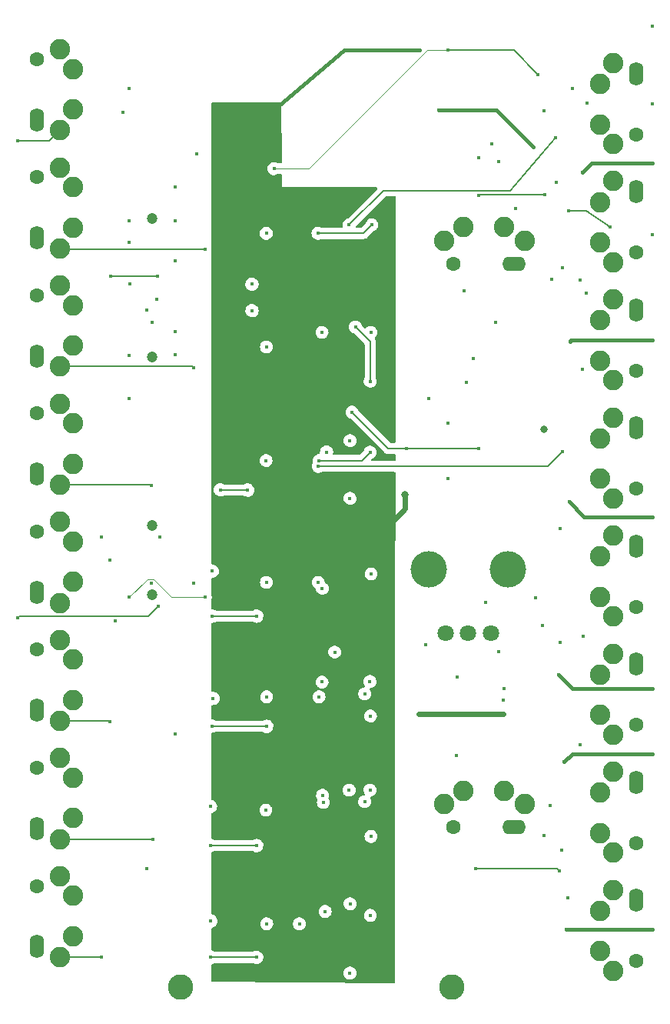
<source format=gbr>
%TF.GenerationSoftware,KiCad,Pcbnew,(6.0.1)*%
%TF.CreationDate,2023-03-15T08:08:40-07:00*%
%TF.ProjectId,pipes_main,70697065-735f-46d6-9169-6e2e6b696361,rev?*%
%TF.SameCoordinates,Original*%
%TF.FileFunction,Copper,L1,Top*%
%TF.FilePolarity,Positive*%
%FSLAX46Y46*%
G04 Gerber Fmt 4.6, Leading zero omitted, Abs format (unit mm)*
G04 Created by KiCad (PCBNEW (6.0.1)) date 2023-03-15 08:08:40*
%MOMM*%
%LPD*%
G01*
G04 APERTURE LIST*
%TA.AperFunction,ComponentPad*%
%ADD10C,2.250000*%
%TD*%
%TA.AperFunction,ComponentPad*%
%ADD11O,1.600000X2.600000*%
%TD*%
%TA.AperFunction,ComponentPad*%
%ADD12C,1.600000*%
%TD*%
%TA.AperFunction,WasherPad*%
%ADD13C,4.000000*%
%TD*%
%TA.AperFunction,ComponentPad*%
%ADD14C,1.800000*%
%TD*%
%TA.AperFunction,ComponentPad*%
%ADD15O,2.600000X1.600000*%
%TD*%
%TA.AperFunction,ComponentPad*%
%ADD16C,2.800000*%
%TD*%
%TA.AperFunction,ComponentPad*%
%ADD17C,1.200000*%
%TD*%
%TA.AperFunction,ViaPad*%
%ADD18C,0.450000*%
%TD*%
%TA.AperFunction,ViaPad*%
%ADD19C,0.800000*%
%TD*%
%TA.AperFunction,ViaPad*%
%ADD20C,0.400000*%
%TD*%
%TA.AperFunction,Conductor*%
%ADD21C,0.400000*%
%TD*%
%TA.AperFunction,Conductor*%
%ADD22C,0.200000*%
%TD*%
%TA.AperFunction,Conductor*%
%ADD23C,0.600000*%
%TD*%
%TA.AperFunction,Conductor*%
%ADD24C,0.120000*%
%TD*%
G04 APERTURE END LIST*
D10*
%TO.P,J16,1,G*%
%TO.N,GND*%
X106000000Y-132180000D03*
%TO.P,J16,2,T*%
%TO.N,Net-(J16-Pad2)*%
X106000000Y-123280000D03*
%TO.P,J16,3,S*%
%TO.N,GND*%
X104500000Y-130030000D03*
%TO.P,J16,4,SW*%
%TO.N,unconnected-(J16-Pad4)*%
X104500000Y-125580000D03*
D11*
%TO.P,J16,5*%
%TO.N,N/C*%
X108550000Y-124440000D03*
D12*
%TO.P,J16,6*%
X108550000Y-131120000D03*
%TD*%
D10*
%TO.P,J14,1,G*%
%TO.N,GND*%
X106000000Y-80180000D03*
%TO.P,J14,2,T*%
%TO.N,Net-(J14-Pad2)*%
X106000000Y-71280000D03*
%TO.P,J14,3,S*%
%TO.N,GND*%
X104500000Y-78030000D03*
%TO.P,J14,4,SW*%
%TO.N,unconnected-(J14-Pad4)*%
X104500000Y-73580000D03*
D11*
%TO.P,J14,5*%
%TO.N,N/C*%
X108550000Y-72440000D03*
D12*
%TO.P,J14,6*%
X108550000Y-79120000D03*
%TD*%
D13*
%TO.P,RV1,*%
%TO.N,*%
X94420000Y-101030000D03*
X85620000Y-101030000D03*
D14*
%TO.P,RV1,1,1*%
%TO.N,SIG*%
X92520000Y-108030000D03*
%TO.P,RV1,2,2*%
%TO.N,Net-(RV1-Pad2)*%
X90020000Y-108030000D03*
%TO.P,RV1,3,3*%
%TO.N,GND*%
X87520000Y-108030000D03*
%TD*%
D10*
%TO.P,J9,1,G*%
%TO.N,GND*%
X45000000Y-82780000D03*
%TO.P,J9,2,T*%
%TO.N,VCA4*%
X45000000Y-91680000D03*
%TO.P,J9,3,S*%
%TO.N,GND*%
X46500000Y-84930000D03*
%TO.P,J9,4,SW*%
X46500000Y-89380000D03*
D11*
%TO.P,J9,5*%
%TO.N,N/C*%
X42450000Y-90520000D03*
D12*
%TO.P,J9,6*%
X42450000Y-83840000D03*
%TD*%
D10*
%TO.P,J15,1,G*%
%TO.N,GND*%
X106000000Y-54180000D03*
%TO.P,J15,2,T*%
%TO.N,Net-(J15-Pad2)*%
X106000000Y-45280000D03*
%TO.P,J15,3,S*%
%TO.N,GND*%
X104500000Y-52030000D03*
%TO.P,J15,4,SW*%
%TO.N,unconnected-(J15-Pad4)*%
X104500000Y-47580000D03*
D11*
%TO.P,J15,5*%
%TO.N,N/C*%
X108550000Y-46440000D03*
D12*
%TO.P,J15,6*%
X108550000Y-53120000D03*
%TD*%
D10*
%TO.P,J19,1,G*%
%TO.N,GND*%
X106000000Y-145180000D03*
%TO.P,J19,2,T*%
%TO.N,Net-(J19-Pad2)*%
X106000000Y-136280000D03*
%TO.P,J19,3,S*%
%TO.N,GND*%
X104500000Y-143030000D03*
%TO.P,J19,4,SW*%
%TO.N,unconnected-(J19-Pad4)*%
X104500000Y-138580000D03*
D11*
%TO.P,J19,5*%
%TO.N,N/C*%
X108550000Y-137440000D03*
D12*
%TO.P,J19,6*%
X108550000Y-144120000D03*
%TD*%
D10*
%TO.P,J13,1,G*%
%TO.N,GND*%
X106000000Y-119180000D03*
%TO.P,J13,2,T*%
%TO.N,Net-(J13-Pad2)*%
X106000000Y-110280000D03*
%TO.P,J13,3,S*%
%TO.N,GND*%
X104500000Y-117030000D03*
%TO.P,J13,4,SW*%
%TO.N,unconnected-(J13-Pad4)*%
X104500000Y-112580000D03*
D11*
%TO.P,J13,5*%
%TO.N,N/C*%
X108550000Y-111440000D03*
D12*
%TO.P,J13,6*%
X108550000Y-118120000D03*
%TD*%
D10*
%TO.P,J7,1,G*%
%TO.N,GND*%
X45000000Y-43780000D03*
%TO.P,J7,2,T*%
%TO.N,VCA1*%
X45000000Y-52680000D03*
%TO.P,J7,3,S*%
%TO.N,GND*%
X46500000Y-45930000D03*
%TO.P,J7,4,SW*%
X46500000Y-50380000D03*
D11*
%TO.P,J7,5*%
%TO.N,N/C*%
X42450000Y-51520000D03*
D12*
%TO.P,J7,6*%
X42450000Y-44840000D03*
%TD*%
D10*
%TO.P,J20,1,G*%
%TO.N,GND*%
X106000000Y-106180000D03*
%TO.P,J20,2,T*%
%TO.N,Net-(J20-Pad2)*%
X106000000Y-97280000D03*
%TO.P,J20,3,S*%
%TO.N,GND*%
X104500000Y-104030000D03*
%TO.P,J20,4,SW*%
%TO.N,unconnected-(J20-Pad4)*%
X104500000Y-99580000D03*
D11*
%TO.P,J20,5*%
%TO.N,N/C*%
X108550000Y-98440000D03*
D12*
%TO.P,J20,6*%
X108550000Y-105120000D03*
%TD*%
D10*
%TO.P,J12,1,G*%
%TO.N,GND*%
X45000000Y-95780000D03*
%TO.P,J12,2,T*%
%TO.N,VCA5*%
X45000000Y-104680000D03*
%TO.P,J12,3,S*%
%TO.N,GND*%
X46500000Y-97930000D03*
%TO.P,J12,4,SW*%
X46500000Y-102380000D03*
D11*
%TO.P,J12,5*%
%TO.N,N/C*%
X42450000Y-103520000D03*
D12*
%TO.P,J12,6*%
X42450000Y-96840000D03*
%TD*%
D10*
%TO.P,J5,1,G*%
%TO.N,GND*%
X45000000Y-108780000D03*
%TO.P,J5,2,T*%
%TO.N,VCA6*%
X45000000Y-117680000D03*
%TO.P,J5,3,S*%
%TO.N,GND*%
X46500000Y-110930000D03*
%TO.P,J5,4,SW*%
X46500000Y-115380000D03*
D11*
%TO.P,J5,5*%
%TO.N,N/C*%
X42450000Y-116520000D03*
D12*
%TO.P,J5,6*%
X42450000Y-109840000D03*
%TD*%
D10*
%TO.P,J10,1,G*%
%TO.N,GND*%
X45000000Y-56780000D03*
%TO.P,J10,2,T*%
%TO.N,VCA2*%
X45000000Y-65680000D03*
%TO.P,J10,3,S*%
%TO.N,GND*%
X46500000Y-58930000D03*
%TO.P,J10,4,SW*%
X46500000Y-63380000D03*
D11*
%TO.P,J10,5*%
%TO.N,N/C*%
X42450000Y-64520000D03*
D12*
%TO.P,J10,6*%
X42450000Y-57840000D03*
%TD*%
D10*
%TO.P,J4,1,G*%
%TO.N,GND*%
X87320000Y-126850000D03*
%TO.P,J4,2,T*%
%TO.N,Net-(C16-Pad1)*%
X96220000Y-126850000D03*
%TO.P,J4,3,S*%
%TO.N,GND*%
X89470000Y-125350000D03*
%TO.P,J4,4,SW*%
%TO.N,unconnected-(J4-Pad4)*%
X93920000Y-125350000D03*
D15*
%TO.P,J4,5*%
%TO.N,N/C*%
X95060000Y-129400000D03*
D12*
%TO.P,J4,6*%
X88380000Y-129400000D03*
%TD*%
D10*
%TO.P,J11,1,G*%
%TO.N,GND*%
X45000000Y-134780000D03*
%TO.P,J11,2,T*%
%TO.N,VCA8*%
X45000000Y-143680000D03*
%TO.P,J11,3,S*%
%TO.N,GND*%
X46500000Y-136930000D03*
%TO.P,J11,4,SW*%
X46500000Y-141380000D03*
D11*
%TO.P,J11,5*%
%TO.N,N/C*%
X42450000Y-142520000D03*
D12*
%TO.P,J11,6*%
X42450000Y-135840000D03*
%TD*%
D10*
%TO.P,J18,1,G*%
%TO.N,GND*%
X106000000Y-93180000D03*
%TO.P,J18,2,T*%
%TO.N,Net-(J18-Pad2)*%
X106000000Y-84280000D03*
%TO.P,J18,3,S*%
%TO.N,GND*%
X104500000Y-91030000D03*
%TO.P,J18,4,SW*%
%TO.N,unconnected-(J18-Pad4)*%
X104500000Y-86580000D03*
D11*
%TO.P,J18,5*%
%TO.N,N/C*%
X108550000Y-85440000D03*
D12*
%TO.P,J18,6*%
X108550000Y-92120000D03*
%TD*%
D10*
%TO.P,J1,1,G*%
%TO.N,GND*%
X87320000Y-64850000D03*
%TO.P,J1,2,T*%
%TO.N,Net-(J1-Pad2)*%
X96220000Y-64850000D03*
%TO.P,J1,3,S*%
%TO.N,GND*%
X89470000Y-63350000D03*
%TO.P,J1,4,SW*%
X93920000Y-63350000D03*
D15*
%TO.P,J1,5*%
%TO.N,N/C*%
X95060000Y-67400000D03*
D12*
%TO.P,J1,6*%
X88380000Y-67400000D03*
%TD*%
D10*
%TO.P,J8,1,G*%
%TO.N,GND*%
X45000000Y-121780000D03*
%TO.P,J8,2,T*%
%TO.N,VCA7*%
X45000000Y-130680000D03*
%TO.P,J8,3,S*%
%TO.N,GND*%
X46500000Y-123930000D03*
%TO.P,J8,4,SW*%
X46500000Y-128380000D03*
D11*
%TO.P,J8,5*%
%TO.N,N/C*%
X42450000Y-129520000D03*
D12*
%TO.P,J8,6*%
X42450000Y-122840000D03*
%TD*%
D10*
%TO.P,J6,1,G*%
%TO.N,GND*%
X45000000Y-69780000D03*
%TO.P,J6,2,T*%
%TO.N,VCA3*%
X45000000Y-78680000D03*
%TO.P,J6,3,S*%
%TO.N,GND*%
X46500000Y-71930000D03*
%TO.P,J6,4,SW*%
X46500000Y-76380000D03*
D11*
%TO.P,J6,5*%
%TO.N,N/C*%
X42450000Y-77520000D03*
D12*
%TO.P,J6,6*%
X42450000Y-70840000D03*
%TD*%
D10*
%TO.P,J17,1,G*%
%TO.N,GND*%
X106000000Y-67180000D03*
%TO.P,J17,2,T*%
%TO.N,Net-(J17-Pad2)*%
X106000000Y-58280000D03*
%TO.P,J17,3,S*%
%TO.N,GND*%
X104500000Y-65030000D03*
%TO.P,J17,4,SW*%
%TO.N,unconnected-(J17-Pad4)*%
X104500000Y-60580000D03*
D11*
%TO.P,J17,5*%
%TO.N,N/C*%
X108550000Y-59440000D03*
D12*
%TO.P,J17,6*%
X108550000Y-66120000D03*
%TD*%
D16*
%TO.P,TP1,1,1*%
%TO.N,GND*%
X88170000Y-146950000D03*
%TD*%
D17*
%TO.P,J21,17*%
%TO.N,N/C*%
X55200000Y-62380000D03*
%TO.P,J21,18*%
X55200000Y-77620000D03*
%TD*%
D16*
%TO.P,TP2,1,1*%
%TO.N,GND*%
X58280000Y-146950000D03*
%TD*%
D17*
%TO.P,J22,11*%
%TO.N,N/C*%
X55200000Y-103810000D03*
%TO.P,J22,12*%
X55200000Y-96190000D03*
%TD*%
D18*
%TO.N,+12V*%
X52600000Y-77425000D03*
X51962500Y-50737500D03*
D19*
X98400000Y-85600000D03*
D18*
X89827500Y-80447500D03*
X86775000Y-50415000D03*
D20*
X85347500Y-109277500D03*
D18*
X97170000Y-54480000D03*
X52680000Y-82240000D03*
D20*
X85660000Y-82240000D03*
D18*
%TO.N,-12V*%
X91151250Y-59848750D03*
X89592500Y-70327500D03*
X57750000Y-77350000D03*
X90600000Y-77820000D03*
X93850000Y-116950000D03*
X91151250Y-55661250D03*
X93845000Y-115405000D03*
X84550000Y-116950000D03*
X98430000Y-59730000D03*
D20*
%TO.N,Net-(C11-Pad2)*%
X92610359Y-54189641D03*
X93385000Y-56115000D03*
D18*
%TO.N,Net-(C13-Pad1)*%
X88750000Y-121500000D03*
X88785000Y-112865000D03*
D20*
%TO.N,F6*%
X75300000Y-110100000D03*
X100125000Y-109075000D03*
X73900000Y-113400000D03*
%TO.N,F7*%
X99050000Y-126950000D03*
X73950000Y-125850000D03*
%TO.N,F4*%
X100425000Y-67775000D03*
X100425000Y-88025000D03*
D18*
X74400000Y-88100000D03*
D20*
X73500000Y-89675000D03*
%TO.N,F2*%
X99650000Y-53500000D03*
X76895000Y-63095000D03*
%TO.N,F8*%
X100300000Y-131900000D03*
X74250000Y-138650000D03*
%TO.N,F5*%
X97400000Y-104100000D03*
X73925000Y-103075000D03*
D18*
%TO.N,VCA6*%
X50500000Y-100000000D03*
X50500000Y-117750000D03*
%TO.N,VCA3*%
X59760000Y-102540000D03*
X59760000Y-78800000D03*
%TO.N,VCA1*%
X40400000Y-106300000D03*
X55820000Y-105080000D03*
X40400000Y-53800000D03*
%TO.N,VCA7*%
X55300000Y-130700000D03*
X56000000Y-97460000D03*
%TO.N,VCA4*%
X55110000Y-102540000D03*
X55100000Y-91800000D03*
%TO.N,VCA2*%
X61020000Y-104080000D03*
X61000000Y-65750000D03*
X52680000Y-104080000D03*
%TO.N,VCA8*%
X49550000Y-97460000D03*
X49550000Y-143680000D03*
D20*
%TO.N,Clk*%
X67805000Y-140005000D03*
X67775000Y-76525000D03*
X67735000Y-89025000D03*
X67795000Y-115025000D03*
X97685000Y-46515000D03*
X87780000Y-43880000D03*
X67715000Y-127505000D03*
X68600000Y-56900000D03*
X67755000Y-64025000D03*
X67775000Y-102425000D03*
D18*
%TO.N,Net-(R23-Pad2)*%
X67800000Y-118275000D03*
X61800000Y-118250000D03*
X61900000Y-115200000D03*
%TO.N,Net-(R32-Pad2)*%
X65700000Y-92275000D03*
X62700000Y-92250000D03*
%TO.N,Net-(R36-Pad2)*%
X66697500Y-131397500D03*
X61600000Y-127100000D03*
X61602500Y-131397500D03*
%TO.N,Net-(R40-Pad2)*%
X66697500Y-143697500D03*
X61650000Y-139700000D03*
X61652500Y-143697500D03*
%TO.N,Net-(R42-Pad2)*%
X61800000Y-101200000D03*
X66697500Y-106147500D03*
X61802500Y-106147500D03*
D20*
%TO.N,1f*%
X101484642Y-48115358D03*
D18*
X52680000Y-62625000D03*
D20*
X103084642Y-49715358D03*
D18*
X52680000Y-48115358D03*
%TO.N,2f*%
X57700000Y-58924720D03*
X99700000Y-58400000D03*
X57700000Y-62650000D03*
%TO.N,3f*%
X95255480Y-61294520D03*
X52680000Y-65030000D03*
D20*
X105600000Y-63300000D03*
X101035000Y-61565000D03*
%TO.N,4f*%
X102625000Y-79025000D03*
X102305000Y-69195000D03*
D18*
X57720000Y-67070000D03*
%TO.N,5f*%
X52700000Y-69550000D03*
X103050000Y-70600000D03*
X100100000Y-96500000D03*
%TO.N,6f*%
X55780000Y-68730000D03*
X50650000Y-68750000D03*
X102690000Y-108390000D03*
X51154511Y-106695489D03*
%TO.N,7f*%
X57750000Y-119100000D03*
X55670000Y-71270000D03*
X102362500Y-120287500D03*
%TO.N,8f*%
X100025000Y-134175000D03*
X90850000Y-133950000D03*
X54550000Y-133950000D03*
X54550000Y-72500000D03*
D20*
%TO.N,{slash}6*%
X79235000Y-117135000D03*
X79175000Y-113325000D03*
%TO.N,{slash}3*%
X79200000Y-80300000D03*
X77575000Y-74325000D03*
%TO.N,Net-(U4-Pad3)*%
X78600000Y-114700000D03*
X73575000Y-115025000D03*
%TO.N,Net-(U5-Pad3)*%
X73900000Y-74924520D03*
X79275480Y-74924520D03*
%TO.N,{slash}4*%
X76975000Y-93175000D03*
X76975000Y-86825000D03*
%TO.N,{slash}7*%
X76895000Y-125305000D03*
X79300000Y-130400000D03*
X79195000Y-125305000D03*
%TO.N,Net-(U10-Pad3)*%
X79205000Y-88095000D03*
X73575000Y-89025000D03*
%TO.N,Net-(U11-Pad3)*%
X73450000Y-64030000D03*
X79395000Y-63095000D03*
%TO.N,Net-(U12-Pad3)*%
X74046891Y-126646891D03*
X78600000Y-126575000D03*
%TO.N,{slash}8*%
X76995000Y-137805000D03*
X76975000Y-145425000D03*
%TO.N,Net-(U16-Pad3)*%
X79225000Y-139075000D03*
X71405000Y-140005000D03*
%TO.N,Net-(U17-Pad3)*%
X73475000Y-102425000D03*
X79305000Y-101495000D03*
%TO.N,Net-(C2-Pad1)*%
X83200000Y-87700000D03*
X77200000Y-83700000D03*
X91181250Y-87681250D03*
%TO.N,Net-(C10-Pad1)*%
X87800000Y-91000000D03*
X87800000Y-84900000D03*
D18*
%TO.N,Net-(R30-Pad2)*%
X66185000Y-69615000D03*
X66185000Y-72515000D03*
D20*
%TO.N,+9V*%
X77115000Y-73055000D03*
X98395000Y-130305000D03*
X76850000Y-112040000D03*
X67720000Y-87740000D03*
X99200000Y-69100000D03*
X67815000Y-138705000D03*
X77030000Y-136550000D03*
D19*
X75640000Y-98030000D03*
D20*
X98400000Y-50500000D03*
X77115000Y-85555000D03*
X84670000Y-43880000D03*
X98195000Y-107205000D03*
D18*
X69400000Y-138000000D03*
X62200000Y-62650000D03*
D20*
X76995000Y-60555000D03*
X77075000Y-124035000D03*
X67675000Y-75225000D03*
D19*
X83050000Y-92760000D03*
D20*
X67785000Y-62725000D03*
D18*
X66697500Y-100452500D03*
D20*
%TO.N,+5V*%
X110300000Y-49800000D03*
X110300000Y-95200000D03*
X100850000Y-140600000D03*
X100600000Y-122200000D03*
D18*
X101000000Y-137150000D03*
D20*
X110300000Y-121300000D03*
X110300000Y-114100000D03*
X110300000Y-140600000D03*
X101125000Y-93575000D03*
X110300000Y-64200000D03*
D18*
X57750000Y-74850000D03*
D20*
X102600000Y-57300000D03*
X110300000Y-75800000D03*
X110300000Y-41200000D03*
X101200000Y-75900000D03*
X110300000Y-56300000D03*
X99975000Y-112600000D03*
X103595489Y-114104511D03*
D18*
X60050000Y-55300000D03*
%TO.N,Net-(U2-Pad3)*%
X93400000Y-110050000D03*
X93927500Y-114135000D03*
%TO.N,SIG*%
X93040000Y-73810000D03*
X55140000Y-73810000D03*
X91900000Y-104650000D03*
%TD*%
D21*
%TO.N,+12V*%
X86775000Y-50415000D02*
X93105000Y-50415000D01*
X93105000Y-50415000D02*
X97170000Y-54480000D01*
D22*
%TO.N,-12V*%
X98430000Y-59730000D02*
X91270000Y-59730000D01*
D23*
X84550000Y-116950000D02*
X93850000Y-116950000D01*
D22*
X91270000Y-59730000D02*
X91151250Y-59848750D01*
%TO.N,F4*%
X73500000Y-89675000D02*
X98775000Y-89675000D01*
X98775000Y-89675000D02*
X100425000Y-88025000D01*
%TO.N,F2*%
X80665761Y-59324239D02*
X94675761Y-59324239D01*
X76895000Y-63095000D02*
X80665761Y-59324239D01*
X94675761Y-59324239D02*
X99650000Y-53500000D01*
%TO.N,VCA6*%
X50500000Y-117750000D02*
X50430000Y-117680000D01*
X50430000Y-117680000D02*
X45000000Y-117680000D01*
%TO.N,VCA3*%
X59760000Y-78800000D02*
X59640000Y-78680000D01*
X59640000Y-78680000D02*
X45000000Y-78680000D01*
%TO.N,VCA1*%
X43875000Y-53805000D02*
X45000000Y-52680000D01*
X40400000Y-53800000D02*
X41500000Y-53805000D01*
X41500000Y-53805000D02*
X43875000Y-53805000D01*
X40529022Y-106170978D02*
X54729022Y-106170978D01*
X54729022Y-106170978D02*
X55820000Y-105080000D01*
X40400000Y-106300000D02*
X40529022Y-106170978D01*
%TO.N,VCA7*%
X55300000Y-130700000D02*
X45000000Y-130680000D01*
%TO.N,VCA4*%
X55100000Y-91800000D02*
X54980000Y-91680000D01*
X54980000Y-91680000D02*
X45000000Y-91680000D01*
D24*
%TO.N,VCA2*%
X61020000Y-104080000D02*
X57335203Y-104080000D01*
X54704511Y-102055489D02*
X52680000Y-104080000D01*
X55310692Y-102055489D02*
X54704511Y-102055489D01*
D22*
X45000000Y-65680000D02*
X45069511Y-65749511D01*
X45069511Y-65749511D02*
X61049511Y-65749511D01*
D24*
X57335203Y-104080000D02*
X55310692Y-102055489D01*
D22*
%TO.N,VCA8*%
X49550000Y-143680000D02*
X45000000Y-143680000D01*
%TO.N,Clk*%
X95050000Y-43880000D02*
X97685000Y-46515000D01*
D24*
X85510178Y-43880000D02*
X87780000Y-43880000D01*
D22*
X87780000Y-43880000D02*
X95050000Y-43880000D01*
D24*
X72490178Y-56900000D02*
X85510178Y-43880000D01*
X68600000Y-56900000D02*
X72490178Y-56900000D01*
D22*
%TO.N,Net-(R23-Pad2)*%
X61975000Y-118275000D02*
X67800000Y-118275000D01*
X61800000Y-118250000D02*
X61975000Y-118275000D01*
%TO.N,Net-(R32-Pad2)*%
X65675000Y-92250000D02*
X65700000Y-92275000D01*
X62700000Y-92250000D02*
X65675000Y-92250000D01*
%TO.N,Net-(R36-Pad2)*%
X66697500Y-131397500D02*
X61602500Y-131397500D01*
%TO.N,Net-(R40-Pad2)*%
X66697500Y-143697500D02*
X61652500Y-143697500D01*
%TO.N,Net-(R42-Pad2)*%
X66697500Y-106147500D02*
X61802500Y-106147500D01*
%TO.N,3f*%
X101035000Y-61565000D02*
X103049564Y-61565000D01*
X103049564Y-61565000D02*
X105600000Y-63300000D01*
%TO.N,6f*%
X55760000Y-68750000D02*
X55780000Y-68730000D01*
X50650000Y-68750000D02*
X55760000Y-68750000D01*
%TO.N,8f*%
X99800000Y-133950000D02*
X90850000Y-133950000D01*
X100025000Y-134175000D02*
X99800000Y-133950000D01*
%TO.N,{slash}3*%
X77575000Y-74325000D02*
X79200000Y-75950000D01*
X79200000Y-75950000D02*
X79200000Y-80300000D01*
%TO.N,Net-(U10-Pad3)*%
X78275000Y-89025000D02*
X79205000Y-88095000D01*
X73575000Y-89025000D02*
X78275000Y-89025000D01*
%TO.N,Net-(U11-Pad3)*%
X78460000Y-64030000D02*
X73450000Y-64030000D01*
X78460000Y-64030000D02*
X79395000Y-63095000D01*
%TO.N,Net-(C2-Pad1)*%
X77200000Y-83700000D02*
X81181250Y-87681250D01*
X81181250Y-87681250D02*
X91181250Y-87681250D01*
D21*
%TO.N,+9V*%
X76330000Y-43880000D02*
X84670000Y-43880000D01*
X69100000Y-50000000D02*
X76330000Y-43880000D01*
D23*
X83050000Y-92760000D02*
X83050000Y-94350000D01*
X83050000Y-94350000D02*
X81300000Y-96100000D01*
D21*
%TO.N,+5V*%
X110300000Y-95200000D02*
X102750000Y-95200000D01*
X99975000Y-112600000D02*
X101479511Y-114104511D01*
X102750000Y-95200000D02*
X101125000Y-93575000D01*
X103595489Y-114104511D02*
X110295489Y-114104511D01*
X101300000Y-75800000D02*
X101200000Y-75900000D01*
X110300000Y-56300000D02*
X103600000Y-56300000D01*
X110300000Y-121300000D02*
X101500000Y-121300000D01*
X101479511Y-114104511D02*
X103595489Y-114104511D01*
X103600000Y-56300000D02*
X102600000Y-57300000D01*
X101500000Y-121300000D02*
X100600000Y-122200000D01*
X110295489Y-114104511D02*
X110300000Y-114100000D01*
X100850000Y-140600000D02*
X110300000Y-140600000D01*
X110300000Y-75800000D02*
X101300000Y-75800000D01*
%TD*%
%TA.AperFunction,Conductor*%
%TO.N,+9V*%
G36*
X69382256Y-49660002D02*
G01*
X69428749Y-49713658D01*
X69440135Y-49765865D01*
X69447039Y-56192798D01*
X69447052Y-56205365D01*
X69427123Y-56273507D01*
X69373517Y-56320057D01*
X69321052Y-56331500D01*
X69070468Y-56331500D01*
X69008335Y-56312027D01*
X69007321Y-56313943D01*
X68862481Y-56237254D01*
X68862482Y-56237254D01*
X68855769Y-56233700D01*
X68838196Y-56229286D01*
X68696822Y-56193775D01*
X68696818Y-56193775D01*
X68689451Y-56191924D01*
X68681852Y-56191884D01*
X68681850Y-56191884D01*
X68610394Y-56191510D01*
X68517969Y-56191026D01*
X68510589Y-56192798D01*
X68510587Y-56192798D01*
X68358602Y-56229286D01*
X68358598Y-56229287D01*
X68351223Y-56231058D01*
X68198839Y-56309709D01*
X68069615Y-56422439D01*
X67971010Y-56562739D01*
X67908718Y-56722509D01*
X67886335Y-56892526D01*
X67905153Y-57062975D01*
X67964085Y-57224015D01*
X68059730Y-57366349D01*
X68186565Y-57481760D01*
X68337268Y-57563585D01*
X68503139Y-57607101D01*
X68590586Y-57608474D01*
X68667003Y-57609675D01*
X68667006Y-57609675D01*
X68674602Y-57609794D01*
X68682006Y-57608098D01*
X68682008Y-57608098D01*
X68744846Y-57593706D01*
X68841759Y-57571510D01*
X68994958Y-57494459D01*
X69000708Y-57489548D01*
X69070422Y-57468500D01*
X69322544Y-57468500D01*
X69390665Y-57488502D01*
X69437158Y-57542158D01*
X69448544Y-57594365D01*
X69450000Y-58950000D01*
X79875261Y-58950000D01*
X79943382Y-58970002D01*
X79989875Y-59023658D01*
X79999979Y-59093932D01*
X79970485Y-59158512D01*
X79964356Y-59165095D01*
X76746583Y-62382868D01*
X76686902Y-62416292D01*
X76653602Y-62424286D01*
X76653598Y-62424287D01*
X76646223Y-62426058D01*
X76493839Y-62504709D01*
X76364615Y-62617439D01*
X76266010Y-62757739D01*
X76203718Y-62917509D01*
X76181335Y-63087526D01*
X76200153Y-63257975D01*
X76202762Y-63265104D01*
X76203143Y-63266729D01*
X76199224Y-63337618D01*
X76157602Y-63395134D01*
X76091492Y-63421017D01*
X76080472Y-63421500D01*
X73846232Y-63421500D01*
X73787276Y-63406856D01*
X73705769Y-63363700D01*
X73695251Y-63361058D01*
X73546822Y-63323775D01*
X73546818Y-63323775D01*
X73539451Y-63321924D01*
X73531852Y-63321884D01*
X73531850Y-63321884D01*
X73460394Y-63321510D01*
X73367969Y-63321026D01*
X73360589Y-63322798D01*
X73360587Y-63322798D01*
X73208602Y-63359286D01*
X73208598Y-63359287D01*
X73201223Y-63361058D01*
X73048839Y-63439709D01*
X72919615Y-63552439D01*
X72821010Y-63692739D01*
X72818250Y-63699819D01*
X72763428Y-63840429D01*
X72758718Y-63852509D01*
X72757726Y-63860042D01*
X72757726Y-63860043D01*
X72737985Y-64009995D01*
X72736335Y-64022526D01*
X72755153Y-64192975D01*
X72757762Y-64200106D01*
X72757763Y-64200108D01*
X72761281Y-64209720D01*
X72814085Y-64354015D01*
X72909730Y-64496349D01*
X73036565Y-64611760D01*
X73187268Y-64693585D01*
X73353139Y-64737101D01*
X73440586Y-64738474D01*
X73517003Y-64739675D01*
X73517006Y-64739675D01*
X73524602Y-64739794D01*
X73532006Y-64738098D01*
X73532008Y-64738098D01*
X73594846Y-64723706D01*
X73691759Y-64701510D01*
X73790329Y-64651935D01*
X73846942Y-64638500D01*
X78411864Y-64638500D01*
X78428307Y-64639578D01*
X78460000Y-64643750D01*
X78468189Y-64642672D01*
X78499874Y-64638501D01*
X78499884Y-64638500D01*
X78499885Y-64638500D01*
X78599457Y-64625391D01*
X78610664Y-64623916D01*
X78610666Y-64623915D01*
X78618851Y-64622838D01*
X78766876Y-64561524D01*
X78862072Y-64488477D01*
X78862075Y-64488474D01*
X78893987Y-64463987D01*
X78899017Y-64457432D01*
X78913452Y-64438621D01*
X78924319Y-64426230D01*
X79542745Y-63807804D01*
X79603710Y-63774079D01*
X79629359Y-63768205D01*
X79629361Y-63768204D01*
X79636759Y-63766510D01*
X79789958Y-63689459D01*
X79795729Y-63684530D01*
X79795732Y-63684528D01*
X79914578Y-63583023D01*
X79920355Y-63578089D01*
X80020424Y-63438830D01*
X80084385Y-63279720D01*
X80108547Y-63109947D01*
X80108704Y-63095000D01*
X80104258Y-63058262D01*
X80089015Y-62932299D01*
X80089014Y-62932296D01*
X80088102Y-62924758D01*
X80027487Y-62764344D01*
X79930357Y-62623019D01*
X79924686Y-62617966D01*
X79807993Y-62513996D01*
X79807990Y-62513994D01*
X79802321Y-62508943D01*
X79794325Y-62504709D01*
X79657481Y-62432254D01*
X79657482Y-62432254D01*
X79650769Y-62428700D01*
X79633196Y-62424286D01*
X79491822Y-62388775D01*
X79491818Y-62388775D01*
X79484451Y-62386924D01*
X79476852Y-62386884D01*
X79476850Y-62386884D01*
X79405394Y-62386510D01*
X79312969Y-62386026D01*
X79305589Y-62387798D01*
X79305587Y-62387798D01*
X79153602Y-62424286D01*
X79153598Y-62424287D01*
X79146223Y-62426058D01*
X78993839Y-62504709D01*
X78864615Y-62617439D01*
X78766010Y-62757739D01*
X78728165Y-62854807D01*
X78708065Y-62906359D01*
X78679767Y-62949684D01*
X78244856Y-63384595D01*
X78182544Y-63418621D01*
X78155761Y-63421500D01*
X77733239Y-63421500D01*
X77665118Y-63401498D01*
X77618625Y-63347842D01*
X77608521Y-63277568D01*
X77638015Y-63212988D01*
X77644144Y-63206405D01*
X80880905Y-59969644D01*
X80943217Y-59935618D01*
X80970000Y-59932739D01*
X81912480Y-59932739D01*
X81980601Y-59952741D01*
X82027094Y-60006397D01*
X82038480Y-60058912D01*
X82001634Y-86946923D01*
X81981538Y-87015016D01*
X81927819Y-87061435D01*
X81875634Y-87072750D01*
X81485489Y-87072750D01*
X81417368Y-87052748D01*
X81396394Y-87035845D01*
X77913983Y-83553434D01*
X77885212Y-83508877D01*
X77835171Y-83376447D01*
X77832487Y-83369344D01*
X77735357Y-83228019D01*
X77729686Y-83222966D01*
X77612993Y-83118996D01*
X77612990Y-83118994D01*
X77607321Y-83113943D01*
X77599325Y-83109709D01*
X77462481Y-83037254D01*
X77462482Y-83037254D01*
X77455769Y-83033700D01*
X77438196Y-83029286D01*
X77296822Y-82993775D01*
X77296818Y-82993775D01*
X77289451Y-82991924D01*
X77281852Y-82991884D01*
X77281850Y-82991884D01*
X77210394Y-82991510D01*
X77117969Y-82991026D01*
X77110589Y-82992798D01*
X77110587Y-82992798D01*
X76958602Y-83029286D01*
X76958598Y-83029287D01*
X76951223Y-83031058D01*
X76798839Y-83109709D01*
X76669615Y-83222439D01*
X76571010Y-83362739D01*
X76508718Y-83522509D01*
X76507726Y-83530042D01*
X76507726Y-83530043D01*
X76504647Y-83553434D01*
X76486335Y-83692526D01*
X76505153Y-83862975D01*
X76564085Y-84024015D01*
X76659730Y-84166349D01*
X76786565Y-84281760D01*
X76937268Y-84363585D01*
X76993431Y-84378319D01*
X77050551Y-84411100D01*
X80716935Y-88077484D01*
X80727802Y-88089875D01*
X80747263Y-88115237D01*
X80753813Y-88120263D01*
X80779171Y-88139721D01*
X80779187Y-88139735D01*
X80828555Y-88177616D01*
X80874374Y-88212774D01*
X81022399Y-88274088D01*
X81030586Y-88275166D01*
X81030587Y-88275166D01*
X81041792Y-88276641D01*
X81065180Y-88279720D01*
X81141365Y-88289750D01*
X81141368Y-88289750D01*
X81141376Y-88289751D01*
X81173061Y-88293922D01*
X81181250Y-88295000D01*
X81189439Y-88293922D01*
X81212943Y-88290828D01*
X81229388Y-88289750D01*
X81873622Y-88289750D01*
X81941743Y-88309752D01*
X81988236Y-88363408D01*
X81999622Y-88415923D01*
X81999243Y-88692871D01*
X81998903Y-88940673D01*
X81978808Y-89008766D01*
X81925088Y-89055185D01*
X81872903Y-89066500D01*
X79398239Y-89066500D01*
X79330118Y-89046498D01*
X79283625Y-88992842D01*
X79273521Y-88922568D01*
X79303015Y-88857988D01*
X79309144Y-88851405D01*
X79352745Y-88807804D01*
X79413710Y-88774079D01*
X79439359Y-88768205D01*
X79439361Y-88768204D01*
X79446759Y-88766510D01*
X79599958Y-88689459D01*
X79605729Y-88684530D01*
X79605732Y-88684528D01*
X79724578Y-88583023D01*
X79730355Y-88578089D01*
X79830424Y-88438830D01*
X79894385Y-88279720D01*
X79903913Y-88212774D01*
X79917966Y-88114031D01*
X79917966Y-88114027D01*
X79918547Y-88109947D01*
X79918621Y-88102857D01*
X79918661Y-88099133D01*
X79918661Y-88099127D01*
X79918704Y-88095000D01*
X79905771Y-87988126D01*
X79899015Y-87932299D01*
X79899014Y-87932296D01*
X79898102Y-87924758D01*
X79837487Y-87764344D01*
X79740357Y-87623019D01*
X79734686Y-87617966D01*
X79617993Y-87513996D01*
X79617990Y-87513994D01*
X79612321Y-87508943D01*
X79604325Y-87504709D01*
X79482753Y-87440340D01*
X79460769Y-87428700D01*
X79404348Y-87414528D01*
X79301822Y-87388775D01*
X79301818Y-87388775D01*
X79294451Y-87386924D01*
X79286852Y-87386884D01*
X79286850Y-87386884D01*
X79215394Y-87386510D01*
X79122969Y-87386026D01*
X79115589Y-87387798D01*
X79115587Y-87387798D01*
X78963602Y-87424286D01*
X78963598Y-87424287D01*
X78956223Y-87426058D01*
X78803839Y-87504709D01*
X78674615Y-87617439D01*
X78576010Y-87757739D01*
X78564322Y-87787717D01*
X78518065Y-87906359D01*
X78489767Y-87949684D01*
X78059856Y-88379595D01*
X77997544Y-88413621D01*
X77970761Y-88416500D01*
X75241215Y-88416500D01*
X75173094Y-88396498D01*
X75126601Y-88342842D01*
X75116441Y-88272964D01*
X75137302Y-88124534D01*
X75137303Y-88124527D01*
X75137853Y-88120610D01*
X75138141Y-88100000D01*
X75119798Y-87936466D01*
X75113998Y-87919809D01*
X75067998Y-87787717D01*
X75065680Y-87781060D01*
X75055532Y-87764819D01*
X74982209Y-87647479D01*
X74978476Y-87641505D01*
X74920499Y-87583122D01*
X74867486Y-87529737D01*
X74867482Y-87529734D01*
X74862522Y-87524739D01*
X74723580Y-87436563D01*
X74625533Y-87401650D01*
X74575189Y-87383723D01*
X74575187Y-87383722D01*
X74568555Y-87381361D01*
X74561569Y-87380528D01*
X74561565Y-87380527D01*
X74447071Y-87366875D01*
X74405153Y-87361877D01*
X74398150Y-87362613D01*
X74398149Y-87362613D01*
X74354935Y-87367155D01*
X74241495Y-87379078D01*
X74234827Y-87381348D01*
X74092382Y-87429840D01*
X74092379Y-87429841D01*
X74085715Y-87432110D01*
X73945555Y-87518337D01*
X73827982Y-87633473D01*
X73738838Y-87771797D01*
X73736427Y-87778420D01*
X73736426Y-87778423D01*
X73684966Y-87919809D01*
X73684965Y-87919814D01*
X73682556Y-87926432D01*
X73661931Y-88089694D01*
X73666837Y-88139728D01*
X73670590Y-88178002D01*
X73657331Y-88247750D01*
X73608468Y-88299257D01*
X73544531Y-88316296D01*
X73541901Y-88316282D01*
X73492969Y-88316026D01*
X73485589Y-88317798D01*
X73485587Y-88317798D01*
X73333602Y-88354286D01*
X73333598Y-88354287D01*
X73326223Y-88356058D01*
X73173839Y-88434709D01*
X73044615Y-88547439D01*
X72946010Y-88687739D01*
X72883718Y-88847509D01*
X72882726Y-88855042D01*
X72882726Y-88855043D01*
X72864585Y-88992842D01*
X72861335Y-89017526D01*
X72880153Y-89187975D01*
X72890426Y-89216047D01*
X72895051Y-89286893D01*
X72878403Y-89324526D01*
X72878968Y-89324829D01*
X72875380Y-89331522D01*
X72871010Y-89337739D01*
X72808718Y-89497509D01*
X72807726Y-89505042D01*
X72807726Y-89505043D01*
X72793858Y-89610384D01*
X72786335Y-89667526D01*
X72805153Y-89837975D01*
X72864085Y-89999015D01*
X72959730Y-90141349D01*
X73086565Y-90256760D01*
X73237268Y-90338585D01*
X73403139Y-90382101D01*
X73490586Y-90383474D01*
X73567003Y-90384675D01*
X73567006Y-90384675D01*
X73574602Y-90384794D01*
X73582006Y-90383098D01*
X73582008Y-90383098D01*
X73695267Y-90357158D01*
X73741759Y-90346510D01*
X73840329Y-90296935D01*
X73896942Y-90283500D01*
X81870890Y-90283500D01*
X81939011Y-90303502D01*
X81985504Y-90357158D01*
X81996890Y-90409672D01*
X81976183Y-105520318D01*
X81920173Y-146393486D01*
X81900077Y-146461579D01*
X81846358Y-146507998D01*
X81793488Y-146519311D01*
X71197091Y-146461579D01*
X61855223Y-146410682D01*
X61787212Y-146390309D01*
X61741012Y-146336401D01*
X61729909Y-146284775D01*
X61729801Y-146134675D01*
X61729282Y-145417526D01*
X76261335Y-145417526D01*
X76280153Y-145587975D01*
X76282762Y-145595106D01*
X76282763Y-145595108D01*
X76290688Y-145616764D01*
X76339085Y-145749015D01*
X76434730Y-145891349D01*
X76561565Y-146006760D01*
X76712268Y-146088585D01*
X76878139Y-146132101D01*
X76965586Y-146133474D01*
X77042003Y-146134675D01*
X77042006Y-146134675D01*
X77049602Y-146134794D01*
X77057006Y-146133098D01*
X77057008Y-146133098D01*
X77119846Y-146118706D01*
X77216759Y-146096510D01*
X77369958Y-146019459D01*
X77375729Y-146014530D01*
X77375732Y-146014528D01*
X77494578Y-145913023D01*
X77500355Y-145908089D01*
X77600424Y-145768830D01*
X77664385Y-145609720D01*
X77688547Y-145439947D01*
X77688704Y-145425000D01*
X77668102Y-145254758D01*
X77607487Y-145094344D01*
X77510357Y-144953019D01*
X77504686Y-144947966D01*
X77387993Y-144843996D01*
X77387990Y-144843994D01*
X77382321Y-144838943D01*
X77374325Y-144834709D01*
X77237481Y-144762254D01*
X77237482Y-144762254D01*
X77230769Y-144758700D01*
X77213196Y-144754286D01*
X77071822Y-144718775D01*
X77071818Y-144718775D01*
X77064451Y-144716924D01*
X77056852Y-144716884D01*
X77056850Y-144716884D01*
X76985394Y-144716510D01*
X76892969Y-144716026D01*
X76885589Y-144717798D01*
X76885587Y-144717798D01*
X76733602Y-144754286D01*
X76733598Y-144754287D01*
X76726223Y-144756058D01*
X76573839Y-144834709D01*
X76444615Y-144947439D01*
X76346010Y-145087739D01*
X76283718Y-145247509D01*
X76261335Y-145417526D01*
X61729282Y-145417526D01*
X61728644Y-144535684D01*
X61748597Y-144467550D01*
X61802219Y-144421018D01*
X61815703Y-144415763D01*
X61883354Y-144393782D01*
X61950730Y-144371890D01*
X61950733Y-144371889D01*
X61957429Y-144369713D01*
X62034497Y-144323771D01*
X62099015Y-144306000D01*
X66250178Y-144306000D01*
X66319171Y-144326568D01*
X66364689Y-144356354D01*
X66518928Y-144413715D01*
X66525909Y-144414646D01*
X66525911Y-144414647D01*
X66675061Y-144434548D01*
X66675065Y-144434548D01*
X66682042Y-144435479D01*
X66689053Y-144434841D01*
X66689057Y-144434841D01*
X66838903Y-144421204D01*
X66838904Y-144421204D01*
X66845924Y-144420565D01*
X66874562Y-144411260D01*
X66995730Y-144371890D01*
X66995733Y-144371889D01*
X67002429Y-144369713D01*
X67143779Y-144285451D01*
X67262949Y-144171968D01*
X67354015Y-144034903D01*
X67412451Y-143881068D01*
X67435353Y-143718110D01*
X67435641Y-143697500D01*
X67417298Y-143533966D01*
X67363180Y-143378560D01*
X67275976Y-143239005D01*
X67217999Y-143180622D01*
X67164986Y-143127237D01*
X67164982Y-143127234D01*
X67160022Y-143122239D01*
X67021080Y-143034063D01*
X66971947Y-143016568D01*
X66872689Y-142981223D01*
X66872687Y-142981222D01*
X66866055Y-142978861D01*
X66859069Y-142978028D01*
X66859065Y-142978027D01*
X66744571Y-142964375D01*
X66702653Y-142959377D01*
X66695650Y-142960113D01*
X66695649Y-142960113D01*
X66652435Y-142964655D01*
X66538995Y-142976578D01*
X66532327Y-142978848D01*
X66389882Y-143027340D01*
X66389879Y-143027341D01*
X66383215Y-143029610D01*
X66327748Y-143063734D01*
X66317045Y-143070318D01*
X66251023Y-143089000D01*
X62099253Y-143089000D01*
X62031738Y-143069385D01*
X61976080Y-143034063D01*
X61938225Y-143020584D01*
X61827695Y-142981225D01*
X61827692Y-142981224D01*
X61821055Y-142978861D01*
X61821171Y-142978535D01*
X61762905Y-142945483D01*
X61729893Y-142882628D01*
X61727431Y-142857933D01*
X61725753Y-140538313D01*
X61745706Y-140470178D01*
X61799328Y-140423646D01*
X61812816Y-140418389D01*
X61948232Y-140374389D01*
X61954929Y-140372213D01*
X62096279Y-140287951D01*
X62215449Y-140174468D01*
X62306515Y-140037403D01*
X62321663Y-139997526D01*
X67091335Y-139997526D01*
X67095010Y-140030813D01*
X67108210Y-140150373D01*
X67110153Y-140167975D01*
X67112762Y-140175106D01*
X67112763Y-140175108D01*
X67120688Y-140196764D01*
X67169085Y-140329015D01*
X67264730Y-140471349D01*
X67391565Y-140586760D01*
X67542268Y-140668585D01*
X67708139Y-140712101D01*
X67795586Y-140713474D01*
X67872003Y-140714675D01*
X67872006Y-140714675D01*
X67879602Y-140714794D01*
X67887006Y-140713098D01*
X67887008Y-140713098D01*
X67949846Y-140698706D01*
X68046759Y-140676510D01*
X68199958Y-140599459D01*
X68205729Y-140594530D01*
X68205732Y-140594528D01*
X68324578Y-140493023D01*
X68330355Y-140488089D01*
X68430424Y-140348830D01*
X68494385Y-140189720D01*
X68518547Y-140019947D01*
X68518704Y-140005000D01*
X68517800Y-139997526D01*
X70691335Y-139997526D01*
X70695010Y-140030813D01*
X70708210Y-140150373D01*
X70710153Y-140167975D01*
X70712762Y-140175106D01*
X70712763Y-140175108D01*
X70720688Y-140196764D01*
X70769085Y-140329015D01*
X70864730Y-140471349D01*
X70991565Y-140586760D01*
X71142268Y-140668585D01*
X71308139Y-140712101D01*
X71395586Y-140713474D01*
X71472003Y-140714675D01*
X71472006Y-140714675D01*
X71479602Y-140714794D01*
X71487006Y-140713098D01*
X71487008Y-140713098D01*
X71549846Y-140698706D01*
X71646759Y-140676510D01*
X71799958Y-140599459D01*
X71805729Y-140594530D01*
X71805732Y-140594528D01*
X71924578Y-140493023D01*
X71930355Y-140488089D01*
X72030424Y-140348830D01*
X72094385Y-140189720D01*
X72118547Y-140019947D01*
X72118704Y-140005000D01*
X72103165Y-139876593D01*
X72099015Y-139842299D01*
X72099014Y-139842296D01*
X72098102Y-139834758D01*
X72079223Y-139784794D01*
X72040171Y-139681447D01*
X72037487Y-139674344D01*
X71949594Y-139546459D01*
X71944659Y-139539278D01*
X71944658Y-139539276D01*
X71940357Y-139533019D01*
X71934686Y-139527966D01*
X71817993Y-139423996D01*
X71817990Y-139423994D01*
X71812321Y-139418943D01*
X71804325Y-139414709D01*
X71667481Y-139342254D01*
X71667482Y-139342254D01*
X71660769Y-139338700D01*
X71599081Y-139323205D01*
X71501822Y-139298775D01*
X71501818Y-139298775D01*
X71494451Y-139296924D01*
X71486852Y-139296884D01*
X71486850Y-139296884D01*
X71415394Y-139296510D01*
X71322969Y-139296026D01*
X71315589Y-139297798D01*
X71315587Y-139297798D01*
X71163602Y-139334286D01*
X71163598Y-139334287D01*
X71156223Y-139336058D01*
X71003839Y-139414709D01*
X70874615Y-139527439D01*
X70776010Y-139667739D01*
X70749801Y-139734962D01*
X70731376Y-139782220D01*
X70713718Y-139827509D01*
X70712726Y-139835042D01*
X70712726Y-139835043D01*
X70705471Y-139890154D01*
X70691335Y-139997526D01*
X68517800Y-139997526D01*
X68503165Y-139876593D01*
X68499015Y-139842299D01*
X68499014Y-139842296D01*
X68498102Y-139834758D01*
X68479223Y-139784794D01*
X68440171Y-139681447D01*
X68437487Y-139674344D01*
X68349594Y-139546459D01*
X68344659Y-139539278D01*
X68344658Y-139539276D01*
X68340357Y-139533019D01*
X68334686Y-139527966D01*
X68217993Y-139423996D01*
X68217990Y-139423994D01*
X68212321Y-139418943D01*
X68204325Y-139414709D01*
X68067481Y-139342254D01*
X68067482Y-139342254D01*
X68060769Y-139338700D01*
X67999081Y-139323205D01*
X67901822Y-139298775D01*
X67901818Y-139298775D01*
X67894451Y-139296924D01*
X67886852Y-139296884D01*
X67886850Y-139296884D01*
X67815394Y-139296510D01*
X67722969Y-139296026D01*
X67715589Y-139297798D01*
X67715587Y-139297798D01*
X67563602Y-139334286D01*
X67563598Y-139334287D01*
X67556223Y-139336058D01*
X67403839Y-139414709D01*
X67274615Y-139527439D01*
X67176010Y-139667739D01*
X67149801Y-139734962D01*
X67131376Y-139782220D01*
X67113718Y-139827509D01*
X67112726Y-139835042D01*
X67112726Y-139835043D01*
X67105471Y-139890154D01*
X67091335Y-139997526D01*
X62321663Y-139997526D01*
X62364951Y-139883568D01*
X62378833Y-139784794D01*
X62387302Y-139724534D01*
X62387303Y-139724527D01*
X62387853Y-139720610D01*
X62388141Y-139700000D01*
X62369798Y-139536466D01*
X62366655Y-139527439D01*
X62327398Y-139414709D01*
X62315680Y-139381060D01*
X62302392Y-139359794D01*
X62232209Y-139247479D01*
X62228476Y-139241505D01*
X62125714Y-139138023D01*
X62117486Y-139129737D01*
X62117482Y-139129734D01*
X62112522Y-139124739D01*
X61973580Y-139036563D01*
X61818555Y-138981361D01*
X61818632Y-138981144D01*
X61760012Y-138947891D01*
X61727001Y-138885036D01*
X61724539Y-138860341D01*
X61724381Y-138642526D01*
X73536335Y-138642526D01*
X73555153Y-138812975D01*
X73557762Y-138820106D01*
X73557763Y-138820108D01*
X73565688Y-138841764D01*
X73614085Y-138974015D01*
X73618322Y-138980321D01*
X73618324Y-138980324D01*
X73656116Y-139036563D01*
X73709730Y-139116349D01*
X73836565Y-139231760D01*
X73987268Y-139313585D01*
X74153139Y-139357101D01*
X74240586Y-139358474D01*
X74317003Y-139359675D01*
X74317006Y-139359675D01*
X74324602Y-139359794D01*
X74332006Y-139358098D01*
X74332008Y-139358098D01*
X74428239Y-139336058D01*
X74491759Y-139321510D01*
X74644958Y-139244459D01*
X74650729Y-139239530D01*
X74650732Y-139239528D01*
X74769578Y-139138023D01*
X74775355Y-139133089D01*
X74822467Y-139067526D01*
X78511335Y-139067526D01*
X78517892Y-139126919D01*
X78528903Y-139226650D01*
X78530153Y-139237975D01*
X78532762Y-139245106D01*
X78532763Y-139245108D01*
X78555802Y-139308064D01*
X78589085Y-139399015D01*
X78593322Y-139405321D01*
X78593324Y-139405324D01*
X78606545Y-139424998D01*
X78684730Y-139541349D01*
X78811565Y-139656760D01*
X78962268Y-139738585D01*
X79128139Y-139782101D01*
X79215586Y-139783474D01*
X79292003Y-139784675D01*
X79292006Y-139784675D01*
X79299602Y-139784794D01*
X79307006Y-139783098D01*
X79307008Y-139783098D01*
X79369846Y-139768706D01*
X79466759Y-139746510D01*
X79619958Y-139669459D01*
X79625729Y-139664530D01*
X79625732Y-139664528D01*
X79744578Y-139563023D01*
X79750355Y-139558089D01*
X79850424Y-139418830D01*
X79914385Y-139259720D01*
X79917689Y-139236507D01*
X79937966Y-139094031D01*
X79937966Y-139094027D01*
X79938547Y-139089947D01*
X79938704Y-139075000D01*
X79928029Y-138986785D01*
X79919015Y-138912299D01*
X79919014Y-138912296D01*
X79918102Y-138904758D01*
X79901319Y-138860341D01*
X79860171Y-138751447D01*
X79857487Y-138744344D01*
X79795487Y-138654133D01*
X79764659Y-138609278D01*
X79764658Y-138609276D01*
X79760357Y-138603019D01*
X79754686Y-138597966D01*
X79637993Y-138493996D01*
X79637990Y-138493994D01*
X79632321Y-138488943D01*
X79624325Y-138484709D01*
X79487481Y-138412254D01*
X79487482Y-138412254D01*
X79480769Y-138408700D01*
X79424348Y-138394528D01*
X79321822Y-138368775D01*
X79321818Y-138368775D01*
X79314451Y-138366924D01*
X79306852Y-138366884D01*
X79306850Y-138366884D01*
X79235394Y-138366510D01*
X79142969Y-138366026D01*
X79135589Y-138367798D01*
X79135587Y-138367798D01*
X78983602Y-138404286D01*
X78983598Y-138404287D01*
X78976223Y-138406058D01*
X78823839Y-138484709D01*
X78694615Y-138597439D01*
X78596010Y-138737739D01*
X78569620Y-138805425D01*
X78558199Y-138834720D01*
X78533718Y-138897509D01*
X78532726Y-138905042D01*
X78532726Y-138905043D01*
X78515723Y-139034198D01*
X78511335Y-139067526D01*
X74822467Y-139067526D01*
X74875424Y-138993830D01*
X74939385Y-138834720D01*
X74943554Y-138805425D01*
X74962966Y-138669031D01*
X74962966Y-138669027D01*
X74963547Y-138664947D01*
X74963704Y-138650000D01*
X74947137Y-138513098D01*
X74944015Y-138487299D01*
X74944014Y-138487296D01*
X74943102Y-138479758D01*
X74910897Y-138394528D01*
X74885171Y-138326447D01*
X74882487Y-138319344D01*
X74785357Y-138178019D01*
X74779686Y-138172966D01*
X74662993Y-138068996D01*
X74662990Y-138068994D01*
X74657321Y-138063943D01*
X74649325Y-138059709D01*
X74530442Y-137996764D01*
X74505769Y-137983700D01*
X74471563Y-137975108D01*
X74346822Y-137943775D01*
X74346818Y-137943775D01*
X74339451Y-137941924D01*
X74331852Y-137941884D01*
X74331850Y-137941884D01*
X74260394Y-137941510D01*
X74167969Y-137941026D01*
X74160589Y-137942798D01*
X74160587Y-137942798D01*
X74008602Y-137979286D01*
X74008598Y-137979287D01*
X74001223Y-137981058D01*
X73848839Y-138059709D01*
X73719615Y-138172439D01*
X73621010Y-138312739D01*
X73594143Y-138381650D01*
X73582211Y-138412254D01*
X73558718Y-138472509D01*
X73557726Y-138480042D01*
X73557726Y-138480043D01*
X73541453Y-138603653D01*
X73536335Y-138642526D01*
X61724381Y-138642526D01*
X61723770Y-137797526D01*
X76281335Y-137797526D01*
X76290744Y-137882750D01*
X76297178Y-137941026D01*
X76300153Y-137967975D01*
X76302762Y-137975106D01*
X76302763Y-137975108D01*
X76310688Y-137996764D01*
X76359085Y-138129015D01*
X76363322Y-138135321D01*
X76363324Y-138135324D01*
X76396220Y-138184278D01*
X76454730Y-138271349D01*
X76493386Y-138306523D01*
X76559766Y-138366924D01*
X76581565Y-138386760D01*
X76732268Y-138468585D01*
X76898139Y-138512101D01*
X76985586Y-138513474D01*
X77062003Y-138514675D01*
X77062006Y-138514675D01*
X77069602Y-138514794D01*
X77077006Y-138513098D01*
X77077008Y-138513098D01*
X77179177Y-138489698D01*
X77236759Y-138476510D01*
X77389958Y-138399459D01*
X77395729Y-138394530D01*
X77395732Y-138394528D01*
X77514578Y-138293023D01*
X77520355Y-138288089D01*
X77620424Y-138148830D01*
X77684385Y-137989720D01*
X77691193Y-137941884D01*
X77707966Y-137824031D01*
X77707966Y-137824027D01*
X77708547Y-137819947D01*
X77708704Y-137805000D01*
X77688102Y-137634758D01*
X77627487Y-137474344D01*
X77530357Y-137333019D01*
X77524686Y-137327966D01*
X77407993Y-137223996D01*
X77407990Y-137223994D01*
X77402321Y-137218943D01*
X77394325Y-137214709D01*
X77257481Y-137142254D01*
X77257482Y-137142254D01*
X77250769Y-137138700D01*
X77233196Y-137134286D01*
X77091822Y-137098775D01*
X77091818Y-137098775D01*
X77084451Y-137096924D01*
X77076852Y-137096884D01*
X77076850Y-137096884D01*
X77005394Y-137096510D01*
X76912969Y-137096026D01*
X76905589Y-137097798D01*
X76905587Y-137097798D01*
X76753602Y-137134286D01*
X76753598Y-137134287D01*
X76746223Y-137136058D01*
X76593839Y-137214709D01*
X76464615Y-137327439D01*
X76366010Y-137467739D01*
X76303718Y-137627509D01*
X76281335Y-137797526D01*
X61723770Y-137797526D01*
X61719738Y-132222333D01*
X61739691Y-132154198D01*
X61793313Y-132107666D01*
X61806802Y-132102409D01*
X61900730Y-132071890D01*
X61900733Y-132071889D01*
X61907429Y-132069713D01*
X61984497Y-132023771D01*
X62049015Y-132006000D01*
X66250178Y-132006000D01*
X66319171Y-132026568D01*
X66364689Y-132056354D01*
X66518928Y-132113715D01*
X66525909Y-132114646D01*
X66525911Y-132114647D01*
X66675061Y-132134548D01*
X66675065Y-132134548D01*
X66682042Y-132135479D01*
X66689053Y-132134841D01*
X66689057Y-132134841D01*
X66838903Y-132121204D01*
X66838904Y-132121204D01*
X66845924Y-132120565D01*
X66901802Y-132102409D01*
X66995730Y-132071890D01*
X66995733Y-132071889D01*
X67002429Y-132069713D01*
X67143779Y-131985451D01*
X67262949Y-131871968D01*
X67354015Y-131734903D01*
X67412451Y-131581068D01*
X67435353Y-131418110D01*
X67435641Y-131397500D01*
X67417298Y-131233966D01*
X67363180Y-131078560D01*
X67275976Y-130939005D01*
X67197563Y-130860043D01*
X67164986Y-130827237D01*
X67164982Y-130827234D01*
X67160022Y-130822239D01*
X67021080Y-130734063D01*
X66971947Y-130716568D01*
X66872689Y-130681223D01*
X66872687Y-130681222D01*
X66866055Y-130678861D01*
X66859069Y-130678028D01*
X66859065Y-130678027D01*
X66744571Y-130664375D01*
X66702653Y-130659377D01*
X66695650Y-130660113D01*
X66695649Y-130660113D01*
X66652435Y-130664655D01*
X66538995Y-130676578D01*
X66532327Y-130678848D01*
X66389882Y-130727340D01*
X66389879Y-130727341D01*
X66383215Y-130729610D01*
X66360101Y-130743830D01*
X66317045Y-130770318D01*
X66251023Y-130789000D01*
X62049253Y-130789000D01*
X61981738Y-130769385D01*
X61941470Y-130743830D01*
X61926080Y-130734063D01*
X61877822Y-130716879D01*
X61802276Y-130689978D01*
X61744812Y-130648284D01*
X61719012Y-130582141D01*
X61718543Y-130571370D01*
X61718414Y-130392526D01*
X78586335Y-130392526D01*
X78605153Y-130562975D01*
X78607762Y-130570106D01*
X78607763Y-130570108D01*
X78615688Y-130591764D01*
X78664085Y-130724015D01*
X78668322Y-130730321D01*
X78668324Y-130730324D01*
X78695199Y-130770318D01*
X78759730Y-130866349D01*
X78886565Y-130981760D01*
X79037268Y-131063585D01*
X79203139Y-131107101D01*
X79290586Y-131108474D01*
X79367003Y-131109675D01*
X79367006Y-131109675D01*
X79374602Y-131109794D01*
X79382006Y-131108098D01*
X79382008Y-131108098D01*
X79444846Y-131093706D01*
X79541759Y-131071510D01*
X79694958Y-130994459D01*
X79700729Y-130989530D01*
X79700732Y-130989528D01*
X79819578Y-130888023D01*
X79825355Y-130883089D01*
X79925424Y-130743830D01*
X79989385Y-130584720D01*
X80013547Y-130414947D01*
X80013704Y-130400000D01*
X79993102Y-130229758D01*
X79932487Y-130069344D01*
X79835357Y-129928019D01*
X79829686Y-129922966D01*
X79712993Y-129818996D01*
X79712990Y-129818994D01*
X79707321Y-129813943D01*
X79699325Y-129809709D01*
X79562481Y-129737254D01*
X79562482Y-129737254D01*
X79555769Y-129733700D01*
X79538196Y-129729286D01*
X79396822Y-129693775D01*
X79396818Y-129693775D01*
X79389451Y-129691924D01*
X79381852Y-129691884D01*
X79381850Y-129691884D01*
X79310394Y-129691510D01*
X79217969Y-129691026D01*
X79210589Y-129692798D01*
X79210587Y-129692798D01*
X79058602Y-129729286D01*
X79058598Y-129729287D01*
X79051223Y-129731058D01*
X78898839Y-129809709D01*
X78769615Y-129922439D01*
X78671010Y-130062739D01*
X78608718Y-130222509D01*
X78586335Y-130392526D01*
X61718414Y-130392526D01*
X61716629Y-127925031D01*
X61736582Y-127856896D01*
X61790204Y-127810364D01*
X61803689Y-127805108D01*
X61904929Y-127772213D01*
X62046279Y-127687951D01*
X62165449Y-127574468D01*
X62181458Y-127550373D01*
X62216570Y-127497526D01*
X67001335Y-127497526D01*
X67020153Y-127667975D01*
X67022762Y-127675106D01*
X67022763Y-127675108D01*
X67028782Y-127691555D01*
X67079085Y-127829015D01*
X67083322Y-127835321D01*
X67083324Y-127835324D01*
X67087666Y-127841785D01*
X67174730Y-127971349D01*
X67301565Y-128086760D01*
X67452268Y-128168585D01*
X67618139Y-128212101D01*
X67705586Y-128213474D01*
X67782003Y-128214675D01*
X67782006Y-128214675D01*
X67789602Y-128214794D01*
X67797006Y-128213098D01*
X67797008Y-128213098D01*
X67859846Y-128198706D01*
X67956759Y-128176510D01*
X68109958Y-128099459D01*
X68115729Y-128094530D01*
X68115732Y-128094528D01*
X68234578Y-127993023D01*
X68240355Y-127988089D01*
X68340424Y-127848830D01*
X68404385Y-127689720D01*
X68428547Y-127519947D01*
X68428704Y-127505000D01*
X68410741Y-127356566D01*
X68409015Y-127342299D01*
X68409014Y-127342296D01*
X68408102Y-127334758D01*
X68401922Y-127318401D01*
X68350171Y-127181447D01*
X68347487Y-127174344D01*
X68320388Y-127134914D01*
X68254659Y-127039278D01*
X68254658Y-127039276D01*
X68250357Y-127033019D01*
X68244686Y-127027966D01*
X68127993Y-126923996D01*
X68127990Y-126923994D01*
X68122321Y-126918943D01*
X68114325Y-126914709D01*
X67977481Y-126842254D01*
X67977482Y-126842254D01*
X67970769Y-126838700D01*
X67953196Y-126834286D01*
X67811822Y-126798775D01*
X67811818Y-126798775D01*
X67804451Y-126796924D01*
X67796852Y-126796884D01*
X67796850Y-126796884D01*
X67725394Y-126796510D01*
X67632969Y-126796026D01*
X67625589Y-126797798D01*
X67625587Y-126797798D01*
X67473602Y-126834286D01*
X67473598Y-126834287D01*
X67466223Y-126836058D01*
X67313839Y-126914709D01*
X67184615Y-127027439D01*
X67086010Y-127167739D01*
X67064254Y-127223541D01*
X67041376Y-127282220D01*
X67023718Y-127327509D01*
X67022726Y-127335042D01*
X67022726Y-127335043D01*
X67012909Y-127409615D01*
X67001335Y-127497526D01*
X62216570Y-127497526D01*
X62252614Y-127443275D01*
X62252615Y-127443273D01*
X62256515Y-127437403D01*
X62314951Y-127283568D01*
X62330301Y-127174344D01*
X62337302Y-127124534D01*
X62337303Y-127124527D01*
X62337853Y-127120610D01*
X62338141Y-127100000D01*
X62319798Y-126936466D01*
X62315805Y-126924998D01*
X62286990Y-126842254D01*
X62265680Y-126781060D01*
X62247648Y-126752202D01*
X62182209Y-126647479D01*
X62178476Y-126641505D01*
X62112509Y-126575076D01*
X62067486Y-126529737D01*
X62067482Y-126529734D01*
X62062522Y-126524739D01*
X61923580Y-126436563D01*
X61835062Y-126405043D01*
X61799167Y-126392261D01*
X61741703Y-126350567D01*
X61715903Y-126284424D01*
X61715434Y-126273653D01*
X61715367Y-126180318D01*
X61715123Y-125842526D01*
X73236335Y-125842526D01*
X73245744Y-125927750D01*
X73252500Y-125988943D01*
X73255153Y-126012975D01*
X73257762Y-126020106D01*
X73257763Y-126020108D01*
X73265688Y-126041764D01*
X73314085Y-126174015D01*
X73376504Y-126266904D01*
X73397896Y-126334600D01*
X73389315Y-126382949D01*
X73368412Y-126436563D01*
X73355609Y-126469400D01*
X73354617Y-126476933D01*
X73354617Y-126476934D01*
X73339739Y-126589947D01*
X73333226Y-126639417D01*
X73342635Y-126724642D01*
X73350820Y-126798775D01*
X73352044Y-126809866D01*
X73354653Y-126816997D01*
X73354654Y-126816999D01*
X73362579Y-126838655D01*
X73410976Y-126970906D01*
X73415213Y-126977212D01*
X73415215Y-126977215D01*
X73456920Y-127039278D01*
X73506621Y-127113240D01*
X73633456Y-127228651D01*
X73784159Y-127310476D01*
X73950030Y-127353992D01*
X74037477Y-127355365D01*
X74113894Y-127356566D01*
X74113897Y-127356566D01*
X74121493Y-127356685D01*
X74128897Y-127354989D01*
X74128899Y-127354989D01*
X74217231Y-127334758D01*
X74288650Y-127318401D01*
X74441849Y-127241350D01*
X74447620Y-127236421D01*
X74447623Y-127236419D01*
X74566469Y-127134914D01*
X74572246Y-127129980D01*
X74672315Y-126990721D01*
X74736276Y-126831611D01*
X74741335Y-126796066D01*
X74759857Y-126665922D01*
X74759857Y-126665918D01*
X74760438Y-126661838D01*
X74760595Y-126646891D01*
X74750990Y-126567526D01*
X77886335Y-126567526D01*
X77905153Y-126737975D01*
X77907762Y-126745106D01*
X77907763Y-126745108D01*
X77928698Y-126802316D01*
X77964085Y-126899015D01*
X77968322Y-126905321D01*
X77968324Y-126905324D01*
X77984780Y-126929812D01*
X78059730Y-127041349D01*
X78112860Y-127089694D01*
X78162557Y-127134914D01*
X78186565Y-127156760D01*
X78337268Y-127238585D01*
X78503139Y-127282101D01*
X78590586Y-127283474D01*
X78667003Y-127284675D01*
X78667006Y-127284675D01*
X78674602Y-127284794D01*
X78682006Y-127283098D01*
X78682008Y-127283098D01*
X78744846Y-127268706D01*
X78841759Y-127246510D01*
X78994958Y-127169459D01*
X79000729Y-127164530D01*
X79000732Y-127164528D01*
X79119578Y-127063023D01*
X79125355Y-127058089D01*
X79217533Y-126929812D01*
X79220992Y-126924998D01*
X79220993Y-126924997D01*
X79225424Y-126918830D01*
X79289385Y-126759720D01*
X79306209Y-126641505D01*
X79312966Y-126594031D01*
X79312966Y-126594027D01*
X79313547Y-126589947D01*
X79313704Y-126575000D01*
X79302715Y-126484190D01*
X79294015Y-126412299D01*
X79294014Y-126412296D01*
X79293102Y-126404758D01*
X79283399Y-126379078D01*
X79235171Y-126251447D01*
X79232487Y-126244344D01*
X79206239Y-126206153D01*
X79184139Y-126138684D01*
X79202024Y-126069977D01*
X79254216Y-126021846D01*
X79281948Y-126011966D01*
X79382474Y-125988943D01*
X79429359Y-125978205D01*
X79429360Y-125978205D01*
X79436759Y-125976510D01*
X79589958Y-125899459D01*
X79595729Y-125894530D01*
X79595732Y-125894528D01*
X79714578Y-125793023D01*
X79720355Y-125788089D01*
X79820424Y-125648830D01*
X79884385Y-125489720D01*
X79888554Y-125460425D01*
X79907966Y-125324031D01*
X79907966Y-125324027D01*
X79908547Y-125319947D01*
X79908704Y-125305000D01*
X79894455Y-125187254D01*
X79889015Y-125142299D01*
X79889014Y-125142296D01*
X79888102Y-125134758D01*
X79827487Y-124974344D01*
X79730357Y-124833019D01*
X79724686Y-124827966D01*
X79607993Y-124723996D01*
X79607990Y-124723994D01*
X79602321Y-124718943D01*
X79594325Y-124714709D01*
X79457481Y-124642254D01*
X79457482Y-124642254D01*
X79450769Y-124638700D01*
X79433196Y-124634286D01*
X79291822Y-124598775D01*
X79291818Y-124598775D01*
X79284451Y-124596924D01*
X79276852Y-124596884D01*
X79276850Y-124596884D01*
X79205394Y-124596510D01*
X79112969Y-124596026D01*
X79105589Y-124597798D01*
X79105587Y-124597798D01*
X78953602Y-124634286D01*
X78953598Y-124634287D01*
X78946223Y-124636058D01*
X78793839Y-124714709D01*
X78664615Y-124827439D01*
X78566010Y-124967739D01*
X78503718Y-125127509D01*
X78502726Y-125135042D01*
X78502726Y-125135043D01*
X78485657Y-125264698D01*
X78481335Y-125297526D01*
X78500153Y-125467975D01*
X78502762Y-125475106D01*
X78502763Y-125475108D01*
X78510688Y-125496764D01*
X78559085Y-125629015D01*
X78563322Y-125635321D01*
X78563324Y-125635324D01*
X78589400Y-125674128D01*
X78610793Y-125741825D01*
X78592189Y-125810341D01*
X78539497Y-125857922D01*
X78514233Y-125866923D01*
X78358602Y-125904286D01*
X78358598Y-125904287D01*
X78351223Y-125906058D01*
X78198839Y-125984709D01*
X78069615Y-126097439D01*
X77971010Y-126237739D01*
X77957008Y-126273653D01*
X77914395Y-126382949D01*
X77908718Y-126397509D01*
X77907726Y-126405042D01*
X77907726Y-126405043D01*
X77892465Y-126520965D01*
X77886335Y-126567526D01*
X74750990Y-126567526D01*
X74750079Y-126559995D01*
X74740906Y-126484190D01*
X74740905Y-126484187D01*
X74739993Y-126476649D01*
X74715678Y-126412299D01*
X74682062Y-126323338D01*
X74679378Y-126316235D01*
X74645473Y-126266903D01*
X74621008Y-126231306D01*
X74598908Y-126163837D01*
X74607940Y-126112943D01*
X74636553Y-126041764D01*
X74639385Y-126034720D01*
X74647428Y-125978205D01*
X74662966Y-125869031D01*
X74662966Y-125869027D01*
X74663547Y-125864947D01*
X74663704Y-125850000D01*
X74643102Y-125679758D01*
X74631416Y-125648830D01*
X74585171Y-125526447D01*
X74582487Y-125519344D01*
X74556960Y-125482202D01*
X74489659Y-125384278D01*
X74489658Y-125384276D01*
X74485357Y-125378019D01*
X74479686Y-125372966D01*
X74395014Y-125297526D01*
X76181335Y-125297526D01*
X76200153Y-125467975D01*
X76202762Y-125475106D01*
X76202763Y-125475108D01*
X76210688Y-125496764D01*
X76259085Y-125629015D01*
X76263322Y-125635321D01*
X76263324Y-125635324D01*
X76298250Y-125687299D01*
X76354730Y-125771349D01*
X76397582Y-125810341D01*
X76459766Y-125866924D01*
X76481565Y-125886760D01*
X76632268Y-125968585D01*
X76798139Y-126012101D01*
X76885586Y-126013474D01*
X76962003Y-126014675D01*
X76962006Y-126014675D01*
X76969602Y-126014794D01*
X76977006Y-126013098D01*
X76977008Y-126013098D01*
X77079177Y-125989698D01*
X77136759Y-125976510D01*
X77289958Y-125899459D01*
X77295729Y-125894530D01*
X77295732Y-125894528D01*
X77414578Y-125793023D01*
X77420355Y-125788089D01*
X77520424Y-125648830D01*
X77584385Y-125489720D01*
X77588554Y-125460425D01*
X77607966Y-125324031D01*
X77607966Y-125324027D01*
X77608547Y-125319947D01*
X77608704Y-125305000D01*
X77594455Y-125187254D01*
X77589015Y-125142299D01*
X77589014Y-125142296D01*
X77588102Y-125134758D01*
X77527487Y-124974344D01*
X77430357Y-124833019D01*
X77424686Y-124827966D01*
X77307993Y-124723996D01*
X77307990Y-124723994D01*
X77302321Y-124718943D01*
X77294325Y-124714709D01*
X77157481Y-124642254D01*
X77157482Y-124642254D01*
X77150769Y-124638700D01*
X77133196Y-124634286D01*
X76991822Y-124598775D01*
X76991818Y-124598775D01*
X76984451Y-124596924D01*
X76976852Y-124596884D01*
X76976850Y-124596884D01*
X76905394Y-124596510D01*
X76812969Y-124596026D01*
X76805589Y-124597798D01*
X76805587Y-124597798D01*
X76653602Y-124634286D01*
X76653598Y-124634287D01*
X76646223Y-124636058D01*
X76493839Y-124714709D01*
X76364615Y-124827439D01*
X76266010Y-124967739D01*
X76203718Y-125127509D01*
X76202726Y-125135042D01*
X76202726Y-125135043D01*
X76185657Y-125264698D01*
X76181335Y-125297526D01*
X74395014Y-125297526D01*
X74362993Y-125268996D01*
X74362990Y-125268994D01*
X74357321Y-125263943D01*
X74349325Y-125259709D01*
X74212481Y-125187254D01*
X74212482Y-125187254D01*
X74205769Y-125183700D01*
X74188196Y-125179286D01*
X74046822Y-125143775D01*
X74046818Y-125143775D01*
X74039451Y-125141924D01*
X74031852Y-125141884D01*
X74031850Y-125141884D01*
X73960394Y-125141510D01*
X73867969Y-125141026D01*
X73860589Y-125142798D01*
X73860587Y-125142798D01*
X73708602Y-125179286D01*
X73708598Y-125179287D01*
X73701223Y-125181058D01*
X73548839Y-125259709D01*
X73419615Y-125372439D01*
X73321010Y-125512739D01*
X73289864Y-125592624D01*
X73275676Y-125629015D01*
X73258718Y-125672509D01*
X73257726Y-125680042D01*
X73257726Y-125680043D01*
X73243502Y-125788089D01*
X73236335Y-125842526D01*
X61715123Y-125842526D01*
X61710252Y-119109884D01*
X61730205Y-119041749D01*
X61783827Y-118995217D01*
X61824831Y-118984313D01*
X61924466Y-118975245D01*
X61941403Y-118973704D01*
X61941404Y-118973704D01*
X61948424Y-118973065D01*
X62039086Y-118943607D01*
X62098230Y-118924390D01*
X62098233Y-118924389D01*
X62104929Y-118922213D01*
X62140059Y-118901271D01*
X62204577Y-118883500D01*
X67352678Y-118883500D01*
X67421671Y-118904068D01*
X67467189Y-118933854D01*
X67621428Y-118991215D01*
X67628409Y-118992146D01*
X67628411Y-118992147D01*
X67777561Y-119012048D01*
X67777565Y-119012048D01*
X67784542Y-119012979D01*
X67791553Y-119012341D01*
X67791557Y-119012341D01*
X67941403Y-118998704D01*
X67941404Y-118998704D01*
X67948424Y-118998065D01*
X68023399Y-118973704D01*
X68098230Y-118949390D01*
X68098233Y-118949389D01*
X68104929Y-118947213D01*
X68246279Y-118862951D01*
X68365449Y-118749468D01*
X68456515Y-118612403D01*
X68514951Y-118458568D01*
X68537853Y-118295610D01*
X68538141Y-118275000D01*
X68519798Y-118111466D01*
X68465680Y-117956060D01*
X68393266Y-117840173D01*
X68382209Y-117822479D01*
X68378476Y-117816505D01*
X68295424Y-117732871D01*
X68267486Y-117704737D01*
X68267482Y-117704734D01*
X68262522Y-117699739D01*
X68123580Y-117611563D01*
X68046730Y-117584198D01*
X67975189Y-117558723D01*
X67975187Y-117558722D01*
X67968555Y-117556361D01*
X67961569Y-117555528D01*
X67961565Y-117555527D01*
X67847071Y-117541875D01*
X67805153Y-117536877D01*
X67798150Y-117537613D01*
X67798149Y-117537613D01*
X67754935Y-117542155D01*
X67641495Y-117554078D01*
X67634827Y-117556348D01*
X67492382Y-117604840D01*
X67492379Y-117604841D01*
X67485715Y-117607110D01*
X67467869Y-117618089D01*
X67419545Y-117647818D01*
X67353523Y-117666500D01*
X62286146Y-117666500D01*
X62218632Y-117646885D01*
X62129534Y-117590341D01*
X62129530Y-117590339D01*
X62123580Y-117586563D01*
X62074447Y-117569068D01*
X61975189Y-117533723D01*
X61975187Y-117533722D01*
X61968555Y-117531361D01*
X61961567Y-117530528D01*
X61961564Y-117530527D01*
X61820089Y-117513658D01*
X61754815Y-117485731D01*
X61715002Y-117426948D01*
X61709007Y-117388635D01*
X61708826Y-117139133D01*
X61708818Y-117127526D01*
X78521335Y-117127526D01*
X78540153Y-117297975D01*
X78542762Y-117305106D01*
X78542763Y-117305108D01*
X78550688Y-117326764D01*
X78599085Y-117459015D01*
X78603322Y-117465321D01*
X78603324Y-117465324D01*
X78634607Y-117511877D01*
X78694730Y-117601349D01*
X78744773Y-117646885D01*
X78798712Y-117695965D01*
X78821565Y-117716760D01*
X78972268Y-117798585D01*
X79138139Y-117842101D01*
X79225586Y-117843474D01*
X79302003Y-117844675D01*
X79302006Y-117844675D01*
X79309602Y-117844794D01*
X79317006Y-117843098D01*
X79317008Y-117843098D01*
X79379846Y-117828706D01*
X79476759Y-117806510D01*
X79629958Y-117729459D01*
X79635729Y-117724530D01*
X79635732Y-117724528D01*
X79754578Y-117623023D01*
X79760355Y-117618089D01*
X79860424Y-117478830D01*
X79924385Y-117319720D01*
X79948547Y-117149947D01*
X79948704Y-117135000D01*
X79928102Y-116964758D01*
X79867487Y-116804344D01*
X79770357Y-116663019D01*
X79764686Y-116657966D01*
X79647993Y-116553996D01*
X79647990Y-116553994D01*
X79642321Y-116548943D01*
X79634325Y-116544709D01*
X79497481Y-116472254D01*
X79497482Y-116472254D01*
X79490769Y-116468700D01*
X79473196Y-116464286D01*
X79331822Y-116428775D01*
X79331818Y-116428775D01*
X79324451Y-116426924D01*
X79316852Y-116426884D01*
X79316850Y-116426884D01*
X79245394Y-116426510D01*
X79152969Y-116426026D01*
X79145589Y-116427798D01*
X79145587Y-116427798D01*
X78993602Y-116464286D01*
X78993598Y-116464287D01*
X78986223Y-116466058D01*
X78833839Y-116544709D01*
X78704615Y-116657439D01*
X78606010Y-116797739D01*
X78543718Y-116957509D01*
X78521335Y-117127526D01*
X61708818Y-117127526D01*
X61708045Y-116058446D01*
X61727997Y-115990314D01*
X61781619Y-115943782D01*
X61850707Y-115933465D01*
X61868600Y-115935852D01*
X61884542Y-115937979D01*
X61891553Y-115937341D01*
X61891557Y-115937341D01*
X62041403Y-115923704D01*
X62041404Y-115923704D01*
X62048424Y-115923065D01*
X62071455Y-115915582D01*
X62198230Y-115874390D01*
X62198233Y-115874389D01*
X62204929Y-115872213D01*
X62346279Y-115787951D01*
X62465449Y-115674468D01*
X62505273Y-115614528D01*
X62552614Y-115543275D01*
X62552615Y-115543273D01*
X62556515Y-115537403D01*
X62614951Y-115383568D01*
X62637853Y-115220610D01*
X62638141Y-115200000D01*
X62619798Y-115036466D01*
X62617245Y-115029133D01*
X62613203Y-115017526D01*
X67081335Y-115017526D01*
X67084920Y-115049998D01*
X67098330Y-115171459D01*
X67100153Y-115187975D01*
X67102762Y-115195106D01*
X67102763Y-115195108D01*
X67125802Y-115258064D01*
X67159085Y-115349015D01*
X67163322Y-115355321D01*
X67163324Y-115355324D01*
X67186729Y-115390154D01*
X67254730Y-115491349D01*
X67381565Y-115606760D01*
X67532268Y-115688585D01*
X67698139Y-115732101D01*
X67785586Y-115733474D01*
X67862003Y-115734675D01*
X67862006Y-115734675D01*
X67869602Y-115734794D01*
X67877006Y-115733098D01*
X67877008Y-115733098D01*
X67939846Y-115718706D01*
X68036759Y-115696510D01*
X68189958Y-115619459D01*
X68195729Y-115614530D01*
X68195732Y-115614528D01*
X68314578Y-115513023D01*
X68320355Y-115508089D01*
X68420424Y-115368830D01*
X68484385Y-115209720D01*
X68508547Y-115039947D01*
X68508648Y-115030324D01*
X68508661Y-115029133D01*
X68508661Y-115029127D01*
X68508704Y-115025000D01*
X68507800Y-115017526D01*
X72861335Y-115017526D01*
X72864920Y-115049998D01*
X72878330Y-115171459D01*
X72880153Y-115187975D01*
X72882762Y-115195106D01*
X72882763Y-115195108D01*
X72905802Y-115258064D01*
X72939085Y-115349015D01*
X72943322Y-115355321D01*
X72943324Y-115355324D01*
X72966729Y-115390154D01*
X73034730Y-115491349D01*
X73161565Y-115606760D01*
X73312268Y-115688585D01*
X73478139Y-115732101D01*
X73565586Y-115733474D01*
X73642003Y-115734675D01*
X73642006Y-115734675D01*
X73649602Y-115734794D01*
X73657006Y-115733098D01*
X73657008Y-115733098D01*
X73719846Y-115718706D01*
X73816759Y-115696510D01*
X73969958Y-115619459D01*
X73975729Y-115614530D01*
X73975732Y-115614528D01*
X74094578Y-115513023D01*
X74100355Y-115508089D01*
X74200424Y-115368830D01*
X74264385Y-115209720D01*
X74288547Y-115039947D01*
X74288648Y-115030324D01*
X74288661Y-115029133D01*
X74288661Y-115029127D01*
X74288704Y-115025000D01*
X74284258Y-114988262D01*
X74269015Y-114862299D01*
X74269014Y-114862296D01*
X74268102Y-114854758D01*
X74213714Y-114710822D01*
X74210171Y-114701447D01*
X74207487Y-114694344D01*
X74206238Y-114692526D01*
X77886335Y-114692526D01*
X77892402Y-114747479D01*
X77904246Y-114854758D01*
X77905153Y-114862975D01*
X77907762Y-114870106D01*
X77907763Y-114870108D01*
X77914207Y-114887717D01*
X77964085Y-115024015D01*
X77968322Y-115030321D01*
X77968324Y-115030324D01*
X77977155Y-115043465D01*
X78059730Y-115166349D01*
X78186565Y-115281760D01*
X78337268Y-115363585D01*
X78503139Y-115407101D01*
X78590586Y-115408474D01*
X78667003Y-115409675D01*
X78667006Y-115409675D01*
X78674602Y-115409794D01*
X78682006Y-115408098D01*
X78682008Y-115408098D01*
X78760355Y-115390154D01*
X78841759Y-115371510D01*
X78994958Y-115294459D01*
X79000729Y-115289530D01*
X79000732Y-115289528D01*
X79119578Y-115188023D01*
X79125355Y-115183089D01*
X79225424Y-115043830D01*
X79289385Y-114884720D01*
X79294681Y-114847509D01*
X79312966Y-114719031D01*
X79312966Y-114719027D01*
X79313547Y-114714947D01*
X79313704Y-114700000D01*
X79304140Y-114620965D01*
X79294015Y-114537299D01*
X79294014Y-114537296D01*
X79293102Y-114529758D01*
X79274815Y-114481361D01*
X79235171Y-114376447D01*
X79232487Y-114369344D01*
X79222028Y-114354126D01*
X79138132Y-114232056D01*
X79116032Y-114164587D01*
X79133918Y-114095880D01*
X79186109Y-114047749D01*
X79234596Y-114036816D01*
X79234454Y-114035468D01*
X79242004Y-114034675D01*
X79249602Y-114034794D01*
X79257006Y-114033098D01*
X79257008Y-114033098D01*
X79319846Y-114018706D01*
X79416759Y-113996510D01*
X79569958Y-113919459D01*
X79575729Y-113914530D01*
X79575732Y-113914528D01*
X79694578Y-113813023D01*
X79700355Y-113808089D01*
X79800424Y-113668830D01*
X79864385Y-113509720D01*
X79879412Y-113404133D01*
X79887966Y-113344031D01*
X79887966Y-113344027D01*
X79888547Y-113339947D01*
X79888704Y-113325000D01*
X79877178Y-113229758D01*
X79869015Y-113162299D01*
X79869014Y-113162296D01*
X79868102Y-113154758D01*
X79836007Y-113069819D01*
X79810171Y-113001447D01*
X79807487Y-112994344D01*
X79710357Y-112853019D01*
X79704686Y-112847966D01*
X79587993Y-112743996D01*
X79587990Y-112743994D01*
X79582321Y-112738943D01*
X79574325Y-112734709D01*
X79437481Y-112662254D01*
X79437482Y-112662254D01*
X79430769Y-112658700D01*
X79413196Y-112654286D01*
X79271822Y-112618775D01*
X79271818Y-112618775D01*
X79264451Y-112616924D01*
X79256852Y-112616884D01*
X79256850Y-112616884D01*
X79185394Y-112616510D01*
X79092969Y-112616026D01*
X79085589Y-112617798D01*
X79085587Y-112617798D01*
X78933602Y-112654286D01*
X78933598Y-112654287D01*
X78926223Y-112656058D01*
X78773839Y-112734709D01*
X78644615Y-112847439D01*
X78546010Y-112987739D01*
X78483718Y-113147509D01*
X78482726Y-113155042D01*
X78482726Y-113155043D01*
X78472890Y-113229758D01*
X78461335Y-113317526D01*
X78468784Y-113384995D01*
X78472091Y-113414947D01*
X78480153Y-113487975D01*
X78482762Y-113495106D01*
X78482763Y-113495108D01*
X78490688Y-113516764D01*
X78539085Y-113649015D01*
X78543322Y-113655321D01*
X78543324Y-113655324D01*
X78634730Y-113791349D01*
X78632968Y-113792533D01*
X78657903Y-113847410D01*
X78647666Y-113917664D01*
X78601071Y-113971231D01*
X78532493Y-113991102D01*
X78531087Y-113991095D01*
X78517969Y-113991026D01*
X78510589Y-113992798D01*
X78510587Y-113992798D01*
X78358602Y-114029286D01*
X78358598Y-114029287D01*
X78351223Y-114031058D01*
X78198839Y-114109709D01*
X78069615Y-114222439D01*
X77971010Y-114362739D01*
X77953822Y-114406823D01*
X77932071Y-114462613D01*
X77908718Y-114522509D01*
X77907726Y-114530042D01*
X77907726Y-114530043D01*
X77887784Y-114681523D01*
X77886335Y-114692526D01*
X74206238Y-114692526D01*
X74110357Y-114553019D01*
X74104686Y-114547966D01*
X73987993Y-114443996D01*
X73987990Y-114443994D01*
X73982321Y-114438943D01*
X73974325Y-114434709D01*
X73850872Y-114369344D01*
X73830769Y-114358700D01*
X73821569Y-114356389D01*
X73820307Y-114356072D01*
X73818296Y-114354889D01*
X73816308Y-114354126D01*
X73816435Y-114353795D01*
X73759111Y-114320078D01*
X73727256Y-114257044D01*
X73696498Y-114294695D01*
X73624672Y-114316716D01*
X73492969Y-114316026D01*
X73485589Y-114317798D01*
X73485587Y-114317798D01*
X73333602Y-114354286D01*
X73333598Y-114354287D01*
X73326223Y-114356058D01*
X73173839Y-114434709D01*
X73044615Y-114547439D01*
X72946010Y-114687739D01*
X72883718Y-114847509D01*
X72882726Y-114855042D01*
X72882726Y-114855043D01*
X72878425Y-114887717D01*
X72861335Y-115017526D01*
X68507800Y-115017526D01*
X68504258Y-114988262D01*
X68489015Y-114862299D01*
X68489014Y-114862296D01*
X68488102Y-114854758D01*
X68433714Y-114710822D01*
X68430171Y-114701447D01*
X68427487Y-114694344D01*
X68330357Y-114553019D01*
X68324686Y-114547966D01*
X68207993Y-114443996D01*
X68207990Y-114443994D01*
X68202321Y-114438943D01*
X68194325Y-114434709D01*
X68070872Y-114369344D01*
X68050769Y-114358700D01*
X68042102Y-114356523D01*
X67891822Y-114318775D01*
X67891818Y-114318775D01*
X67884451Y-114316924D01*
X67876852Y-114316884D01*
X67876850Y-114316884D01*
X67805394Y-114316510D01*
X67712969Y-114316026D01*
X67705589Y-114317798D01*
X67705587Y-114317798D01*
X67553602Y-114354286D01*
X67553598Y-114354287D01*
X67546223Y-114356058D01*
X67393839Y-114434709D01*
X67264615Y-114547439D01*
X67166010Y-114687739D01*
X67103718Y-114847509D01*
X67102726Y-114855042D01*
X67102726Y-114855043D01*
X67098425Y-114887717D01*
X67081335Y-115017526D01*
X62613203Y-115017526D01*
X62595709Y-114967292D01*
X62565680Y-114881060D01*
X62558837Y-114870108D01*
X62482209Y-114747479D01*
X62478476Y-114741505D01*
X62418911Y-114681523D01*
X62367486Y-114629737D01*
X62367482Y-114629734D01*
X62362522Y-114624739D01*
X62223580Y-114536563D01*
X62164229Y-114515429D01*
X62075189Y-114483723D01*
X62075187Y-114483722D01*
X62068555Y-114481361D01*
X62061569Y-114480528D01*
X62061565Y-114480527D01*
X61947071Y-114466875D01*
X61905153Y-114461877D01*
X61845974Y-114468097D01*
X61776136Y-114455325D01*
X61724290Y-114406823D01*
X61706804Y-114342878D01*
X61706116Y-113392526D01*
X73186335Y-113392526D01*
X73195744Y-113477750D01*
X73199274Y-113509720D01*
X73205153Y-113562975D01*
X73207762Y-113570106D01*
X73207763Y-113570108D01*
X73215688Y-113591764D01*
X73264085Y-113724015D01*
X73359730Y-113866349D01*
X73486565Y-113981760D01*
X73637268Y-114063585D01*
X73644611Y-114065511D01*
X73644615Y-114065513D01*
X73657307Y-114068843D01*
X73718121Y-114105477D01*
X73748890Y-114167984D01*
X73778746Y-114130644D01*
X73852980Y-114107884D01*
X73967003Y-114109675D01*
X73967006Y-114109675D01*
X73974602Y-114109794D01*
X73982006Y-114108098D01*
X73982008Y-114108098D01*
X74044846Y-114093706D01*
X74141759Y-114071510D01*
X74294958Y-113994459D01*
X74300729Y-113989530D01*
X74300732Y-113989528D01*
X74419578Y-113888023D01*
X74425355Y-113883089D01*
X74525424Y-113743830D01*
X74589385Y-113584720D01*
X74593554Y-113555425D01*
X74612966Y-113419031D01*
X74612966Y-113419027D01*
X74613547Y-113414947D01*
X74613704Y-113400000D01*
X74606437Y-113339947D01*
X74594015Y-113237299D01*
X74594014Y-113237296D01*
X74593102Y-113229758D01*
X74532487Y-113069344D01*
X74485823Y-113001447D01*
X74439659Y-112934278D01*
X74439658Y-112934276D01*
X74435357Y-112928019D01*
X74429686Y-112922966D01*
X74312993Y-112818996D01*
X74312990Y-112818994D01*
X74307321Y-112813943D01*
X74299325Y-112809709D01*
X74246723Y-112781858D01*
X74155769Y-112733700D01*
X74138196Y-112729286D01*
X73996822Y-112693775D01*
X73996818Y-112693775D01*
X73989451Y-112691924D01*
X73981852Y-112691884D01*
X73981850Y-112691884D01*
X73910394Y-112691510D01*
X73817969Y-112691026D01*
X73810589Y-112692798D01*
X73810587Y-112692798D01*
X73658602Y-112729286D01*
X73658598Y-112729287D01*
X73651223Y-112731058D01*
X73498839Y-112809709D01*
X73369615Y-112922439D01*
X73271010Y-113062739D01*
X73208718Y-113222509D01*
X73207726Y-113230042D01*
X73207726Y-113230043D01*
X73194681Y-113329133D01*
X73186335Y-113392526D01*
X61706116Y-113392526D01*
X61703729Y-110092526D01*
X74586335Y-110092526D01*
X74605153Y-110262975D01*
X74607762Y-110270106D01*
X74607763Y-110270108D01*
X74615688Y-110291764D01*
X74664085Y-110424015D01*
X74759730Y-110566349D01*
X74886565Y-110681760D01*
X75037268Y-110763585D01*
X75203139Y-110807101D01*
X75290586Y-110808474D01*
X75367003Y-110809675D01*
X75367006Y-110809675D01*
X75374602Y-110809794D01*
X75382006Y-110808098D01*
X75382008Y-110808098D01*
X75444846Y-110793706D01*
X75541759Y-110771510D01*
X75694958Y-110694459D01*
X75700729Y-110689530D01*
X75700732Y-110689528D01*
X75819578Y-110588023D01*
X75825355Y-110583089D01*
X75925424Y-110443830D01*
X75989385Y-110284720D01*
X76013547Y-110114947D01*
X76013704Y-110100000D01*
X75993102Y-109929758D01*
X75932487Y-109769344D01*
X75835357Y-109628019D01*
X75829686Y-109622966D01*
X75712993Y-109518996D01*
X75712990Y-109518994D01*
X75707321Y-109513943D01*
X75699325Y-109509709D01*
X75562481Y-109437254D01*
X75562482Y-109437254D01*
X75555769Y-109433700D01*
X75538196Y-109429286D01*
X75396822Y-109393775D01*
X75396818Y-109393775D01*
X75389451Y-109391924D01*
X75381852Y-109391884D01*
X75381850Y-109391884D01*
X75310394Y-109391510D01*
X75217969Y-109391026D01*
X75210589Y-109392798D01*
X75210587Y-109392798D01*
X75058602Y-109429286D01*
X75058598Y-109429287D01*
X75051223Y-109431058D01*
X74898839Y-109509709D01*
X74769615Y-109622439D01*
X74671010Y-109762739D01*
X74608718Y-109922509D01*
X74586335Y-110092526D01*
X61703729Y-110092526D01*
X61703601Y-109915429D01*
X61701498Y-107008407D01*
X61721451Y-106940273D01*
X61775073Y-106893741D01*
X61816070Y-106882837D01*
X61950924Y-106870565D01*
X61979562Y-106861260D01*
X62100730Y-106821890D01*
X62100733Y-106821889D01*
X62107429Y-106819713D01*
X62184497Y-106773771D01*
X62249015Y-106756000D01*
X66250178Y-106756000D01*
X66319171Y-106776568D01*
X66364689Y-106806354D01*
X66518928Y-106863715D01*
X66525909Y-106864646D01*
X66525911Y-106864647D01*
X66675061Y-106884548D01*
X66675065Y-106884548D01*
X66682042Y-106885479D01*
X66689053Y-106884841D01*
X66689057Y-106884841D01*
X66838903Y-106871204D01*
X66838904Y-106871204D01*
X66845924Y-106870565D01*
X66874562Y-106861260D01*
X66995730Y-106821890D01*
X66995733Y-106821889D01*
X67002429Y-106819713D01*
X67143779Y-106735451D01*
X67262949Y-106621968D01*
X67354015Y-106484903D01*
X67412451Y-106331068D01*
X67435353Y-106168110D01*
X67435641Y-106147500D01*
X67417298Y-105983966D01*
X67363180Y-105828560D01*
X67275976Y-105689005D01*
X67217999Y-105630622D01*
X67164986Y-105577237D01*
X67164982Y-105577234D01*
X67160022Y-105572239D01*
X67021080Y-105484063D01*
X66971947Y-105466568D01*
X66872689Y-105431223D01*
X66872687Y-105431222D01*
X66866055Y-105428861D01*
X66859069Y-105428028D01*
X66859065Y-105428027D01*
X66744571Y-105414375D01*
X66702653Y-105409377D01*
X66695650Y-105410113D01*
X66695649Y-105410113D01*
X66652435Y-105414655D01*
X66538995Y-105426578D01*
X66532327Y-105428848D01*
X66389882Y-105477340D01*
X66389879Y-105477341D01*
X66383215Y-105479610D01*
X66327748Y-105513734D01*
X66317045Y-105520318D01*
X66251023Y-105539000D01*
X62249253Y-105539000D01*
X62181738Y-105519385D01*
X62126080Y-105484063D01*
X62076947Y-105466568D01*
X61977689Y-105431223D01*
X61977687Y-105431222D01*
X61971055Y-105428861D01*
X61964067Y-105428028D01*
X61964064Y-105428027D01*
X61813825Y-105410113D01*
X61811334Y-105409816D01*
X61746060Y-105381889D01*
X61706247Y-105323106D01*
X61700252Y-105284793D01*
X61699597Y-104379855D01*
X61707809Y-104335021D01*
X61732449Y-104270155D01*
X61732449Y-104270154D01*
X61734951Y-104263568D01*
X61757853Y-104100610D01*
X61758141Y-104080000D01*
X61739798Y-103916466D01*
X61706171Y-103819902D01*
X61699162Y-103778556D01*
X61698650Y-103070894D01*
X61698178Y-102417526D01*
X67061335Y-102417526D01*
X67080153Y-102587975D01*
X67082762Y-102595106D01*
X67082763Y-102595108D01*
X67090688Y-102616764D01*
X67139085Y-102749015D01*
X67234730Y-102891349D01*
X67361565Y-103006760D01*
X67512268Y-103088585D01*
X67678139Y-103132101D01*
X67765586Y-103133474D01*
X67842003Y-103134675D01*
X67842006Y-103134675D01*
X67849602Y-103134794D01*
X67857006Y-103133098D01*
X67857008Y-103133098D01*
X67919846Y-103118706D01*
X68016759Y-103096510D01*
X68169958Y-103019459D01*
X68175729Y-103014530D01*
X68175732Y-103014528D01*
X68294578Y-102913023D01*
X68300355Y-102908089D01*
X68400424Y-102768830D01*
X68464385Y-102609720D01*
X68481574Y-102488943D01*
X68487966Y-102444031D01*
X68487966Y-102444027D01*
X68488547Y-102439947D01*
X68488704Y-102425000D01*
X68487800Y-102417526D01*
X72761335Y-102417526D01*
X72780153Y-102587975D01*
X72782762Y-102595106D01*
X72782763Y-102595108D01*
X72790688Y-102616764D01*
X72839085Y-102749015D01*
X72934730Y-102891349D01*
X73061565Y-103006760D01*
X73068240Y-103010384D01*
X73155860Y-103057958D01*
X73206182Y-103108041D01*
X73220977Y-103154861D01*
X73230153Y-103237975D01*
X73232762Y-103245106D01*
X73232763Y-103245108D01*
X73240688Y-103266764D01*
X73289085Y-103399015D01*
X73293322Y-103405321D01*
X73293324Y-103405324D01*
X73302400Y-103418830D01*
X73384730Y-103541349D01*
X73511565Y-103656760D01*
X73662268Y-103738585D01*
X73828139Y-103782101D01*
X73915586Y-103783474D01*
X73992003Y-103784675D01*
X73992006Y-103784675D01*
X73999602Y-103784794D01*
X74007006Y-103783098D01*
X74007008Y-103783098D01*
X74103230Y-103761060D01*
X74166759Y-103746510D01*
X74319958Y-103669459D01*
X74325729Y-103664530D01*
X74325732Y-103664528D01*
X74444578Y-103563023D01*
X74450355Y-103558089D01*
X74550424Y-103418830D01*
X74614385Y-103259720D01*
X74629308Y-103154862D01*
X74637966Y-103094031D01*
X74637966Y-103094027D01*
X74638547Y-103089947D01*
X74638704Y-103075000D01*
X74631386Y-103014528D01*
X74619015Y-102912299D01*
X74619014Y-102912296D01*
X74618102Y-102904758D01*
X74613036Y-102891349D01*
X74560171Y-102751447D01*
X74557487Y-102744344D01*
X74469804Y-102616764D01*
X74464659Y-102609278D01*
X74464658Y-102609276D01*
X74460357Y-102603019D01*
X74434998Y-102580425D01*
X74337994Y-102493997D01*
X74337992Y-102493995D01*
X74332321Y-102488943D01*
X74245352Y-102442895D01*
X74194511Y-102393344D01*
X74179226Y-102346680D01*
X74169015Y-102262299D01*
X74169014Y-102262296D01*
X74168102Y-102254758D01*
X74149223Y-102204794D01*
X74110171Y-102101447D01*
X74107487Y-102094344D01*
X74010357Y-101953019D01*
X74004686Y-101947966D01*
X73887993Y-101843996D01*
X73887990Y-101843994D01*
X73882321Y-101838943D01*
X73874325Y-101834709D01*
X73737481Y-101762254D01*
X73737482Y-101762254D01*
X73730769Y-101758700D01*
X73713196Y-101754286D01*
X73571822Y-101718775D01*
X73571818Y-101718775D01*
X73564451Y-101716924D01*
X73556852Y-101716884D01*
X73556850Y-101716884D01*
X73485394Y-101716510D01*
X73392969Y-101716026D01*
X73385589Y-101717798D01*
X73385587Y-101717798D01*
X73233602Y-101754286D01*
X73233598Y-101754287D01*
X73226223Y-101756058D01*
X73073839Y-101834709D01*
X72944615Y-101947439D01*
X72846010Y-102087739D01*
X72819801Y-102154962D01*
X72801376Y-102202220D01*
X72783718Y-102247509D01*
X72782726Y-102255042D01*
X72782726Y-102255043D01*
X72764519Y-102393344D01*
X72761335Y-102417526D01*
X68487800Y-102417526D01*
X68468102Y-102254758D01*
X68449223Y-102204794D01*
X68410171Y-102101447D01*
X68407487Y-102094344D01*
X68310357Y-101953019D01*
X68304686Y-101947966D01*
X68187993Y-101843996D01*
X68187990Y-101843994D01*
X68182321Y-101838943D01*
X68174325Y-101834709D01*
X68037481Y-101762254D01*
X68037482Y-101762254D01*
X68030769Y-101758700D01*
X68013196Y-101754286D01*
X67871822Y-101718775D01*
X67871818Y-101718775D01*
X67864451Y-101716924D01*
X67856852Y-101716884D01*
X67856850Y-101716884D01*
X67785394Y-101716510D01*
X67692969Y-101716026D01*
X67685589Y-101717798D01*
X67685587Y-101717798D01*
X67533602Y-101754286D01*
X67533598Y-101754287D01*
X67526223Y-101756058D01*
X67373839Y-101834709D01*
X67244615Y-101947439D01*
X67146010Y-102087739D01*
X67119801Y-102154962D01*
X67101376Y-102202220D01*
X67083718Y-102247509D01*
X67082726Y-102255042D01*
X67082726Y-102255043D01*
X67064519Y-102393344D01*
X67061335Y-102417526D01*
X61698178Y-102417526D01*
X61697920Y-102061005D01*
X61717872Y-101992872D01*
X61771494Y-101946340D01*
X61812499Y-101935435D01*
X61941404Y-101923704D01*
X61941405Y-101923704D01*
X61948424Y-101923065D01*
X61971455Y-101915582D01*
X62098230Y-101874390D01*
X62098233Y-101874389D01*
X62104929Y-101872213D01*
X62246279Y-101787951D01*
X62365449Y-101674468D01*
X62456515Y-101537403D01*
X62475461Y-101487526D01*
X78591335Y-101487526D01*
X78596114Y-101530813D01*
X78609314Y-101650373D01*
X78610153Y-101657975D01*
X78612762Y-101665106D01*
X78612763Y-101665108D01*
X78635802Y-101728064D01*
X78669085Y-101819015D01*
X78673322Y-101825321D01*
X78673324Y-101825324D01*
X78704833Y-101872213D01*
X78764730Y-101961349D01*
X78891565Y-102076760D01*
X79042268Y-102158585D01*
X79208139Y-102202101D01*
X79295586Y-102203474D01*
X79372003Y-102204675D01*
X79372006Y-102204675D01*
X79379602Y-102204794D01*
X79387006Y-102203098D01*
X79387008Y-102203098D01*
X79449846Y-102188706D01*
X79546759Y-102166510D01*
X79699958Y-102089459D01*
X79705729Y-102084530D01*
X79705732Y-102084528D01*
X79824578Y-101983023D01*
X79830355Y-101978089D01*
X79930424Y-101838830D01*
X79994385Y-101679720D01*
X80013804Y-101543275D01*
X80017966Y-101514031D01*
X80017966Y-101514027D01*
X80018547Y-101509947D01*
X80018704Y-101495000D01*
X80004375Y-101376593D01*
X79999015Y-101332299D01*
X79999014Y-101332296D01*
X79998102Y-101324758D01*
X79937487Y-101164344D01*
X79840357Y-101023019D01*
X79834686Y-101017966D01*
X79717993Y-100913996D01*
X79717990Y-100913994D01*
X79712321Y-100908943D01*
X79704325Y-100904709D01*
X79567481Y-100832254D01*
X79567482Y-100832254D01*
X79560769Y-100828700D01*
X79543196Y-100824286D01*
X79401822Y-100788775D01*
X79401818Y-100788775D01*
X79394451Y-100786924D01*
X79386852Y-100786884D01*
X79386850Y-100786884D01*
X79315394Y-100786510D01*
X79222969Y-100786026D01*
X79215589Y-100787798D01*
X79215587Y-100787798D01*
X79063602Y-100824286D01*
X79063598Y-100824287D01*
X79056223Y-100826058D01*
X78903839Y-100904709D01*
X78774615Y-101017439D01*
X78676010Y-101157739D01*
X78613718Y-101317509D01*
X78612726Y-101325042D01*
X78612726Y-101325043D01*
X78605940Y-101376593D01*
X78591335Y-101487526D01*
X62475461Y-101487526D01*
X62514951Y-101383568D01*
X62537853Y-101220610D01*
X62538141Y-101200000D01*
X62519798Y-101036466D01*
X62465680Y-100881060D01*
X62378476Y-100741505D01*
X62320499Y-100683122D01*
X62267486Y-100629737D01*
X62267482Y-100629734D01*
X62262522Y-100624739D01*
X62123580Y-100536563D01*
X62074447Y-100519068D01*
X61975189Y-100483723D01*
X61975187Y-100483722D01*
X61968555Y-100481361D01*
X61961569Y-100480528D01*
X61961565Y-100480527D01*
X61807754Y-100462187D01*
X61742481Y-100434260D01*
X61702668Y-100375477D01*
X61696673Y-100337164D01*
X61691486Y-93167526D01*
X76261335Y-93167526D01*
X76280153Y-93337975D01*
X76282762Y-93345106D01*
X76282763Y-93345108D01*
X76290688Y-93366764D01*
X76339085Y-93499015D01*
X76434730Y-93641349D01*
X76561565Y-93756760D01*
X76712268Y-93838585D01*
X76878139Y-93882101D01*
X76965586Y-93883474D01*
X77042003Y-93884675D01*
X77042006Y-93884675D01*
X77049602Y-93884794D01*
X77057006Y-93883098D01*
X77057008Y-93883098D01*
X77119846Y-93868706D01*
X77216759Y-93846510D01*
X77369958Y-93769459D01*
X77375729Y-93764530D01*
X77375732Y-93764528D01*
X77494578Y-93663023D01*
X77500355Y-93658089D01*
X77600424Y-93518830D01*
X77664385Y-93359720D01*
X77688547Y-93189947D01*
X77688704Y-93175000D01*
X77668102Y-93004758D01*
X77656127Y-92973065D01*
X77610171Y-92851447D01*
X77607487Y-92844344D01*
X77542281Y-92749468D01*
X77514659Y-92709278D01*
X77514658Y-92709276D01*
X77510357Y-92703019D01*
X77504686Y-92697966D01*
X77387993Y-92593996D01*
X77387990Y-92593994D01*
X77382321Y-92588943D01*
X77374325Y-92584709D01*
X77237481Y-92512254D01*
X77237482Y-92512254D01*
X77230769Y-92508700D01*
X77213196Y-92504286D01*
X77071822Y-92468775D01*
X77071818Y-92468775D01*
X77064451Y-92466924D01*
X77056852Y-92466884D01*
X77056850Y-92466884D01*
X76985394Y-92466510D01*
X76892969Y-92466026D01*
X76885589Y-92467798D01*
X76885587Y-92467798D01*
X76733602Y-92504286D01*
X76733598Y-92504287D01*
X76726223Y-92506058D01*
X76573839Y-92584709D01*
X76444615Y-92697439D01*
X76346010Y-92837739D01*
X76319788Y-92904994D01*
X76287434Y-92987979D01*
X76283718Y-92997509D01*
X76261335Y-93167526D01*
X61691486Y-93167526D01*
X61690815Y-92239694D01*
X61961931Y-92239694D01*
X61977989Y-92403468D01*
X62029932Y-92559615D01*
X62033581Y-92565640D01*
X62110379Y-92692447D01*
X62115179Y-92700373D01*
X62229491Y-92818747D01*
X62367189Y-92908854D01*
X62521428Y-92966215D01*
X62528409Y-92967146D01*
X62528411Y-92967147D01*
X62677561Y-92987048D01*
X62677565Y-92987048D01*
X62684542Y-92987979D01*
X62691553Y-92987341D01*
X62691557Y-92987341D01*
X62841403Y-92973704D01*
X62841404Y-92973704D01*
X62848424Y-92973065D01*
X62939086Y-92943607D01*
X62998230Y-92924390D01*
X62998233Y-92924389D01*
X63004929Y-92922213D01*
X63081997Y-92876271D01*
X63146515Y-92858500D01*
X65214474Y-92858500D01*
X65283467Y-92879068D01*
X65367189Y-92933854D01*
X65521428Y-92991215D01*
X65528409Y-92992146D01*
X65528411Y-92992147D01*
X65677561Y-93012048D01*
X65677565Y-93012048D01*
X65684542Y-93012979D01*
X65691553Y-93012341D01*
X65691557Y-93012341D01*
X65841403Y-92998704D01*
X65841404Y-92998704D01*
X65848424Y-92998065D01*
X65923399Y-92973704D01*
X65998230Y-92949390D01*
X65998233Y-92949389D01*
X66004929Y-92947213D01*
X66146279Y-92862951D01*
X66265449Y-92749468D01*
X66269350Y-92743597D01*
X66352614Y-92618275D01*
X66352615Y-92618273D01*
X66356515Y-92612403D01*
X66414951Y-92458568D01*
X66437853Y-92295610D01*
X66438141Y-92275000D01*
X66419798Y-92111466D01*
X66365680Y-91956060D01*
X66348411Y-91928423D01*
X66282209Y-91822479D01*
X66278476Y-91816505D01*
X66220499Y-91758122D01*
X66167486Y-91704737D01*
X66167482Y-91704734D01*
X66162522Y-91699739D01*
X66023580Y-91611563D01*
X65946730Y-91584198D01*
X65875189Y-91558723D01*
X65875187Y-91558722D01*
X65868555Y-91556361D01*
X65861569Y-91555528D01*
X65861565Y-91555527D01*
X65747071Y-91541875D01*
X65705153Y-91536877D01*
X65698150Y-91537613D01*
X65698149Y-91537613D01*
X65654935Y-91542155D01*
X65541495Y-91554078D01*
X65534827Y-91556348D01*
X65392382Y-91604840D01*
X65392379Y-91604841D01*
X65385715Y-91607110D01*
X65362359Y-91621479D01*
X65360182Y-91622818D01*
X65294160Y-91641500D01*
X63146753Y-91641500D01*
X63079238Y-91621885D01*
X63062973Y-91611563D01*
X63023580Y-91586563D01*
X62974447Y-91569068D01*
X62875189Y-91533723D01*
X62875187Y-91533722D01*
X62868555Y-91531361D01*
X62861569Y-91530528D01*
X62861565Y-91530527D01*
X62747071Y-91516875D01*
X62705153Y-91511877D01*
X62698150Y-91512613D01*
X62698149Y-91512613D01*
X62654935Y-91517155D01*
X62541495Y-91529078D01*
X62534827Y-91531348D01*
X62392382Y-91579840D01*
X62392379Y-91579841D01*
X62385715Y-91582110D01*
X62245555Y-91668337D01*
X62127982Y-91783473D01*
X62038838Y-91921797D01*
X62036427Y-91928420D01*
X62036426Y-91928423D01*
X61984966Y-92069809D01*
X61984965Y-92069814D01*
X61982556Y-92076432D01*
X61961931Y-92239694D01*
X61690815Y-92239694D01*
X61688484Y-89017526D01*
X67021335Y-89017526D01*
X67040153Y-89187975D01*
X67042762Y-89195106D01*
X67042763Y-89195108D01*
X67050426Y-89216047D01*
X67099085Y-89349015D01*
X67194730Y-89491349D01*
X67321565Y-89606760D01*
X67472268Y-89688585D01*
X67638139Y-89732101D01*
X67725586Y-89733474D01*
X67802003Y-89734675D01*
X67802006Y-89734675D01*
X67809602Y-89734794D01*
X67817006Y-89733098D01*
X67817008Y-89733098D01*
X67879846Y-89718706D01*
X67976759Y-89696510D01*
X68129958Y-89619459D01*
X68135729Y-89614530D01*
X68135732Y-89614528D01*
X68254578Y-89513023D01*
X68260355Y-89508089D01*
X68360424Y-89368830D01*
X68424385Y-89209720D01*
X68444768Y-89066500D01*
X68447966Y-89044031D01*
X68447966Y-89044027D01*
X68448547Y-89039947D01*
X68448704Y-89025000D01*
X68428102Y-88854758D01*
X68367487Y-88694344D01*
X68270357Y-88553019D01*
X68264686Y-88547966D01*
X68147993Y-88443996D01*
X68147990Y-88443994D01*
X68142321Y-88438943D01*
X68134325Y-88434709D01*
X68062157Y-88396498D01*
X67990769Y-88358700D01*
X67973196Y-88354286D01*
X67831822Y-88318775D01*
X67831818Y-88318775D01*
X67824451Y-88316924D01*
X67816852Y-88316884D01*
X67816850Y-88316884D01*
X67745394Y-88316510D01*
X67652969Y-88316026D01*
X67645589Y-88317798D01*
X67645587Y-88317798D01*
X67493602Y-88354286D01*
X67493598Y-88354287D01*
X67486223Y-88356058D01*
X67333839Y-88434709D01*
X67204615Y-88547439D01*
X67106010Y-88687739D01*
X67043718Y-88847509D01*
X67042726Y-88855042D01*
X67042726Y-88855043D01*
X67024585Y-88992842D01*
X67021335Y-89017526D01*
X61688484Y-89017526D01*
X61686893Y-86817526D01*
X76261335Y-86817526D01*
X76270744Y-86902751D01*
X76275621Y-86946923D01*
X76280153Y-86987975D01*
X76282762Y-86995106D01*
X76282763Y-86995108D01*
X76290688Y-87016764D01*
X76339085Y-87149015D01*
X76434730Y-87291349D01*
X76498147Y-87349054D01*
X76539766Y-87386924D01*
X76561565Y-87406760D01*
X76712268Y-87488585D01*
X76878139Y-87532101D01*
X76965586Y-87533474D01*
X77042003Y-87534675D01*
X77042006Y-87534675D01*
X77049602Y-87534794D01*
X77057006Y-87533098D01*
X77057008Y-87533098D01*
X77159177Y-87509698D01*
X77216759Y-87496510D01*
X77369958Y-87419459D01*
X77375729Y-87414530D01*
X77375732Y-87414528D01*
X77494578Y-87313023D01*
X77500355Y-87308089D01*
X77600424Y-87168830D01*
X77664385Y-87009720D01*
X77688547Y-86839947D01*
X77688704Y-86825000D01*
X77668102Y-86654758D01*
X77607487Y-86494344D01*
X77510357Y-86353019D01*
X77504686Y-86347966D01*
X77387993Y-86243996D01*
X77387990Y-86243994D01*
X77382321Y-86238943D01*
X77374325Y-86234709D01*
X77237481Y-86162254D01*
X77237482Y-86162254D01*
X77230769Y-86158700D01*
X77213196Y-86154286D01*
X77071822Y-86118775D01*
X77071818Y-86118775D01*
X77064451Y-86116924D01*
X77056852Y-86116884D01*
X77056850Y-86116884D01*
X76985394Y-86116510D01*
X76892969Y-86116026D01*
X76885589Y-86117798D01*
X76885587Y-86117798D01*
X76733602Y-86154286D01*
X76733598Y-86154287D01*
X76726223Y-86156058D01*
X76573839Y-86234709D01*
X76444615Y-86347439D01*
X76346010Y-86487739D01*
X76283718Y-86647509D01*
X76261335Y-86817526D01*
X61686893Y-86817526D01*
X61679443Y-76517526D01*
X67061335Y-76517526D01*
X67080153Y-76687975D01*
X67082762Y-76695106D01*
X67082763Y-76695108D01*
X67090688Y-76716764D01*
X67139085Y-76849015D01*
X67234730Y-76991349D01*
X67361565Y-77106760D01*
X67512268Y-77188585D01*
X67678139Y-77232101D01*
X67765586Y-77233474D01*
X67842003Y-77234675D01*
X67842006Y-77234675D01*
X67849602Y-77234794D01*
X67857006Y-77233098D01*
X67857008Y-77233098D01*
X67919846Y-77218706D01*
X68016759Y-77196510D01*
X68169958Y-77119459D01*
X68175729Y-77114530D01*
X68175732Y-77114528D01*
X68294578Y-77013023D01*
X68300355Y-77008089D01*
X68400424Y-76868830D01*
X68464385Y-76709720D01*
X68488547Y-76539947D01*
X68488704Y-76525000D01*
X68468102Y-76354758D01*
X68407487Y-76194344D01*
X68310357Y-76053019D01*
X68304686Y-76047966D01*
X68187993Y-75943996D01*
X68187990Y-75943994D01*
X68182321Y-75938943D01*
X68174325Y-75934709D01*
X68037481Y-75862254D01*
X68037482Y-75862254D01*
X68030769Y-75858700D01*
X68013196Y-75854286D01*
X67871822Y-75818775D01*
X67871818Y-75818775D01*
X67864451Y-75816924D01*
X67856852Y-75816884D01*
X67856850Y-75816884D01*
X67785394Y-75816510D01*
X67692969Y-75816026D01*
X67685589Y-75817798D01*
X67685587Y-75817798D01*
X67533602Y-75854286D01*
X67533598Y-75854287D01*
X67526223Y-75856058D01*
X67373839Y-75934709D01*
X67244615Y-76047439D01*
X67146010Y-76187739D01*
X67083718Y-76347509D01*
X67061335Y-76517526D01*
X61679443Y-76517526D01*
X61678285Y-74917046D01*
X73186335Y-74917046D01*
X73193833Y-74984962D01*
X73196816Y-75011976D01*
X73205153Y-75087495D01*
X73207762Y-75094626D01*
X73207763Y-75094628D01*
X73215688Y-75116284D01*
X73264085Y-75248535D01*
X73359730Y-75390869D01*
X73486565Y-75506280D01*
X73637268Y-75588105D01*
X73803139Y-75631621D01*
X73890586Y-75632994D01*
X73967003Y-75634195D01*
X73967006Y-75634195D01*
X73974602Y-75634314D01*
X73982006Y-75632618D01*
X73982008Y-75632618D01*
X74044846Y-75618226D01*
X74141759Y-75596030D01*
X74294958Y-75518979D01*
X74300729Y-75514050D01*
X74300732Y-75514048D01*
X74409697Y-75420982D01*
X74425355Y-75407609D01*
X74525424Y-75268350D01*
X74589385Y-75109240D01*
X74604460Y-75003319D01*
X74612966Y-74943551D01*
X74612966Y-74943547D01*
X74613547Y-74939467D01*
X74613704Y-74924520D01*
X74598207Y-74796459D01*
X74594015Y-74761819D01*
X74594014Y-74761816D01*
X74593102Y-74754278D01*
X74532487Y-74593864D01*
X74464614Y-74495108D01*
X74439659Y-74458798D01*
X74439658Y-74458796D01*
X74435357Y-74452539D01*
X74429686Y-74447486D01*
X74312993Y-74343516D01*
X74312990Y-74343514D01*
X74307321Y-74338463D01*
X74299325Y-74334229D01*
X74267778Y-74317526D01*
X76861335Y-74317526D01*
X76870744Y-74402751D01*
X76876932Y-74458798D01*
X76880153Y-74487975D01*
X76939085Y-74649015D01*
X77034730Y-74791349D01*
X77161565Y-74906760D01*
X77312268Y-74988585D01*
X77368431Y-75003319D01*
X77425551Y-75036100D01*
X78554595Y-76165144D01*
X78588621Y-76227456D01*
X78591500Y-76254239D01*
X78591500Y-79894808D01*
X78576543Y-79954351D01*
X78575377Y-79956525D01*
X78571010Y-79962739D01*
X78508718Y-80122509D01*
X78486335Y-80292526D01*
X78505153Y-80462975D01*
X78507762Y-80470106D01*
X78507763Y-80470108D01*
X78515688Y-80491764D01*
X78564085Y-80624015D01*
X78659730Y-80766349D01*
X78786565Y-80881760D01*
X78937268Y-80963585D01*
X79103139Y-81007101D01*
X79190586Y-81008474D01*
X79267003Y-81009675D01*
X79267006Y-81009675D01*
X79274602Y-81009794D01*
X79282006Y-81008098D01*
X79282008Y-81008098D01*
X79344846Y-80993706D01*
X79441759Y-80971510D01*
X79594958Y-80894459D01*
X79600729Y-80889530D01*
X79600732Y-80889528D01*
X79719578Y-80788023D01*
X79725355Y-80783089D01*
X79825424Y-80643830D01*
X79889385Y-80484720D01*
X79913547Y-80314947D01*
X79913704Y-80300000D01*
X79893102Y-80129758D01*
X79832487Y-79969344D01*
X79828187Y-79963087D01*
X79824665Y-79956350D01*
X79827063Y-79955096D01*
X79808500Y-79895318D01*
X79808500Y-75998136D01*
X79809578Y-75981690D01*
X79812672Y-75958188D01*
X79813750Y-75950000D01*
X79808500Y-75910120D01*
X79808500Y-75910115D01*
X79792838Y-75791150D01*
X79731524Y-75643125D01*
X79731524Y-75643124D01*
X79722582Y-75631471D01*
X79696982Y-75565252D01*
X79711246Y-75495703D01*
X79740715Y-75458957D01*
X79795055Y-75412546D01*
X79795058Y-75412543D01*
X79800835Y-75407609D01*
X79900904Y-75268350D01*
X79964865Y-75109240D01*
X79979940Y-75003319D01*
X79988446Y-74943551D01*
X79988446Y-74943547D01*
X79989027Y-74939467D01*
X79989184Y-74924520D01*
X79973687Y-74796459D01*
X79969495Y-74761819D01*
X79969494Y-74761816D01*
X79968582Y-74754278D01*
X79907967Y-74593864D01*
X79840094Y-74495108D01*
X79815139Y-74458798D01*
X79815138Y-74458796D01*
X79810837Y-74452539D01*
X79805166Y-74447486D01*
X79688473Y-74343516D01*
X79688470Y-74343514D01*
X79682801Y-74338463D01*
X79674805Y-74334229D01*
X79537961Y-74261774D01*
X79537962Y-74261774D01*
X79531249Y-74258220D01*
X79513676Y-74253806D01*
X79372302Y-74218295D01*
X79372298Y-74218295D01*
X79364931Y-74216444D01*
X79357332Y-74216404D01*
X79357330Y-74216404D01*
X79285874Y-74216030D01*
X79193449Y-74215546D01*
X79186069Y-74217318D01*
X79186067Y-74217318D01*
X79034082Y-74253806D01*
X79034078Y-74253807D01*
X79026703Y-74255578D01*
X78874319Y-74334229D01*
X78745095Y-74446959D01*
X78743781Y-74448829D01*
X78685263Y-74484881D01*
X78614280Y-74483531D01*
X78562976Y-74452427D01*
X78288983Y-74178434D01*
X78260212Y-74133877D01*
X78210171Y-74001447D01*
X78207487Y-73994344D01*
X78110357Y-73853019D01*
X78104686Y-73847966D01*
X77987993Y-73743996D01*
X77987990Y-73743994D01*
X77982321Y-73738943D01*
X77974325Y-73734709D01*
X77837481Y-73662254D01*
X77837482Y-73662254D01*
X77830769Y-73658700D01*
X77813196Y-73654286D01*
X77671822Y-73618775D01*
X77671818Y-73618775D01*
X77664451Y-73616924D01*
X77656852Y-73616884D01*
X77656850Y-73616884D01*
X77585394Y-73616510D01*
X77492969Y-73616026D01*
X77485589Y-73617798D01*
X77485587Y-73617798D01*
X77333602Y-73654286D01*
X77333598Y-73654287D01*
X77326223Y-73656058D01*
X77173839Y-73734709D01*
X77044615Y-73847439D01*
X76946010Y-73987739D01*
X76883718Y-74147509D01*
X76882726Y-74155042D01*
X76882726Y-74155043D01*
X76868675Y-74261774D01*
X76861335Y-74317526D01*
X74267778Y-74317526D01*
X74162481Y-74261774D01*
X74162482Y-74261774D01*
X74155769Y-74258220D01*
X74138196Y-74253806D01*
X73996822Y-74218295D01*
X73996818Y-74218295D01*
X73989451Y-74216444D01*
X73981852Y-74216404D01*
X73981850Y-74216404D01*
X73910394Y-74216030D01*
X73817969Y-74215546D01*
X73810589Y-74217318D01*
X73810587Y-74217318D01*
X73658602Y-74253806D01*
X73658598Y-74253807D01*
X73651223Y-74255578D01*
X73498839Y-74334229D01*
X73369615Y-74446959D01*
X73271010Y-74587259D01*
X73208718Y-74747029D01*
X73207726Y-74754562D01*
X73207726Y-74754563D01*
X73188362Y-74901650D01*
X73186335Y-74917046D01*
X61678285Y-74917046D01*
X61676540Y-72504694D01*
X65446931Y-72504694D01*
X65462989Y-72668468D01*
X65514932Y-72824615D01*
X65600179Y-72965373D01*
X65714491Y-73083747D01*
X65852189Y-73173854D01*
X66006428Y-73231215D01*
X66013409Y-73232146D01*
X66013411Y-73232147D01*
X66162561Y-73252048D01*
X66162565Y-73252048D01*
X66169542Y-73252979D01*
X66176553Y-73252341D01*
X66176557Y-73252341D01*
X66326403Y-73238704D01*
X66326404Y-73238704D01*
X66333424Y-73238065D01*
X66362062Y-73228760D01*
X66483230Y-73189390D01*
X66483233Y-73189389D01*
X66489929Y-73187213D01*
X66631279Y-73102951D01*
X66750449Y-72989468D01*
X66766458Y-72965373D01*
X66837614Y-72858275D01*
X66837615Y-72858273D01*
X66841515Y-72852403D01*
X66899951Y-72698568D01*
X66922853Y-72535610D01*
X66923141Y-72515000D01*
X66904798Y-72351466D01*
X66898998Y-72334809D01*
X66852998Y-72202717D01*
X66850680Y-72196060D01*
X66763476Y-72056505D01*
X66705499Y-71998122D01*
X66652486Y-71944737D01*
X66652482Y-71944734D01*
X66647522Y-71939739D01*
X66508580Y-71851563D01*
X66459447Y-71834068D01*
X66360189Y-71798723D01*
X66360187Y-71798722D01*
X66353555Y-71796361D01*
X66346569Y-71795528D01*
X66346565Y-71795527D01*
X66232071Y-71781875D01*
X66190153Y-71776877D01*
X66183150Y-71777613D01*
X66183149Y-71777613D01*
X66139935Y-71782155D01*
X66026495Y-71794078D01*
X66019827Y-71796348D01*
X65877382Y-71844840D01*
X65877379Y-71844841D01*
X65870715Y-71847110D01*
X65730555Y-71933337D01*
X65612982Y-72048473D01*
X65523838Y-72186797D01*
X65521427Y-72193420D01*
X65521426Y-72193423D01*
X65469966Y-72334809D01*
X65469965Y-72334814D01*
X65467556Y-72341432D01*
X65446931Y-72504694D01*
X61676540Y-72504694D01*
X61674442Y-69604694D01*
X65446931Y-69604694D01*
X65462989Y-69768468D01*
X65514932Y-69924615D01*
X65600179Y-70065373D01*
X65714491Y-70183747D01*
X65852189Y-70273854D01*
X66006428Y-70331215D01*
X66013409Y-70332146D01*
X66013411Y-70332147D01*
X66162561Y-70352048D01*
X66162565Y-70352048D01*
X66169542Y-70352979D01*
X66176553Y-70352341D01*
X66176557Y-70352341D01*
X66326403Y-70338704D01*
X66326404Y-70338704D01*
X66333424Y-70338065D01*
X66362062Y-70328760D01*
X66483230Y-70289390D01*
X66483233Y-70289389D01*
X66489929Y-70287213D01*
X66631279Y-70202951D01*
X66750449Y-70089468D01*
X66766458Y-70065373D01*
X66837614Y-69958275D01*
X66837615Y-69958273D01*
X66841515Y-69952403D01*
X66899951Y-69798568D01*
X66922853Y-69635610D01*
X66923141Y-69615000D01*
X66904798Y-69451466D01*
X66898998Y-69434809D01*
X66852998Y-69302717D01*
X66850680Y-69296060D01*
X66763476Y-69156505D01*
X66705499Y-69098122D01*
X66652486Y-69044737D01*
X66652482Y-69044734D01*
X66647522Y-69039739D01*
X66508580Y-68951563D01*
X66459447Y-68934068D01*
X66360189Y-68898723D01*
X66360187Y-68898722D01*
X66353555Y-68896361D01*
X66346569Y-68895528D01*
X66346565Y-68895527D01*
X66232071Y-68881875D01*
X66190153Y-68876877D01*
X66183150Y-68877613D01*
X66183149Y-68877613D01*
X66139935Y-68882155D01*
X66026495Y-68894078D01*
X66019827Y-68896348D01*
X65877382Y-68944840D01*
X65877379Y-68944841D01*
X65870715Y-68947110D01*
X65730555Y-69033337D01*
X65612982Y-69148473D01*
X65523838Y-69286797D01*
X65521427Y-69293420D01*
X65521426Y-69293423D01*
X65469966Y-69434809D01*
X65469965Y-69434814D01*
X65467556Y-69441432D01*
X65446931Y-69604694D01*
X61674442Y-69604694D01*
X61671885Y-66070157D01*
X61680097Y-66025323D01*
X61712449Y-65940154D01*
X61714951Y-65933568D01*
X61737853Y-65770610D01*
X61738141Y-65750000D01*
X61719798Y-65586466D01*
X61716304Y-65576432D01*
X61678428Y-65467664D01*
X61671420Y-65426319D01*
X61670401Y-64017526D01*
X67041335Y-64017526D01*
X67060153Y-64187975D01*
X67062762Y-64195106D01*
X67062763Y-64195108D01*
X67070688Y-64216764D01*
X67119085Y-64349015D01*
X67214730Y-64491349D01*
X67341565Y-64606760D01*
X67492268Y-64688585D01*
X67658139Y-64732101D01*
X67745586Y-64733474D01*
X67822003Y-64734675D01*
X67822006Y-64734675D01*
X67829602Y-64734794D01*
X67837006Y-64733098D01*
X67837008Y-64733098D01*
X67899846Y-64718706D01*
X67996759Y-64696510D01*
X68149958Y-64619459D01*
X68155729Y-64614530D01*
X68155732Y-64614528D01*
X68274578Y-64513023D01*
X68280355Y-64508089D01*
X68380424Y-64368830D01*
X68444385Y-64209720D01*
X68468547Y-64039947D01*
X68468704Y-64025000D01*
X68448102Y-63854758D01*
X68387487Y-63694344D01*
X68290357Y-63553019D01*
X68284103Y-63547447D01*
X68167993Y-63443996D01*
X68167990Y-63443994D01*
X68162321Y-63438943D01*
X68154325Y-63434709D01*
X68091600Y-63401498D01*
X68010769Y-63358700D01*
X67993196Y-63354286D01*
X67851822Y-63318775D01*
X67851818Y-63318775D01*
X67844451Y-63316924D01*
X67836852Y-63316884D01*
X67836850Y-63316884D01*
X67765394Y-63316510D01*
X67672969Y-63316026D01*
X67665589Y-63317798D01*
X67665587Y-63317798D01*
X67513602Y-63354286D01*
X67513598Y-63354287D01*
X67506223Y-63356058D01*
X67353839Y-63434709D01*
X67224615Y-63547439D01*
X67126010Y-63687739D01*
X67063718Y-63847509D01*
X67041335Y-64017526D01*
X61670401Y-64017526D01*
X61660091Y-49766091D01*
X61680044Y-49697956D01*
X61733666Y-49651424D01*
X61786091Y-49640000D01*
X69314135Y-49640000D01*
X69382256Y-49660002D01*
G37*
%TD.AperFunction*%
%TD*%
M02*

</source>
